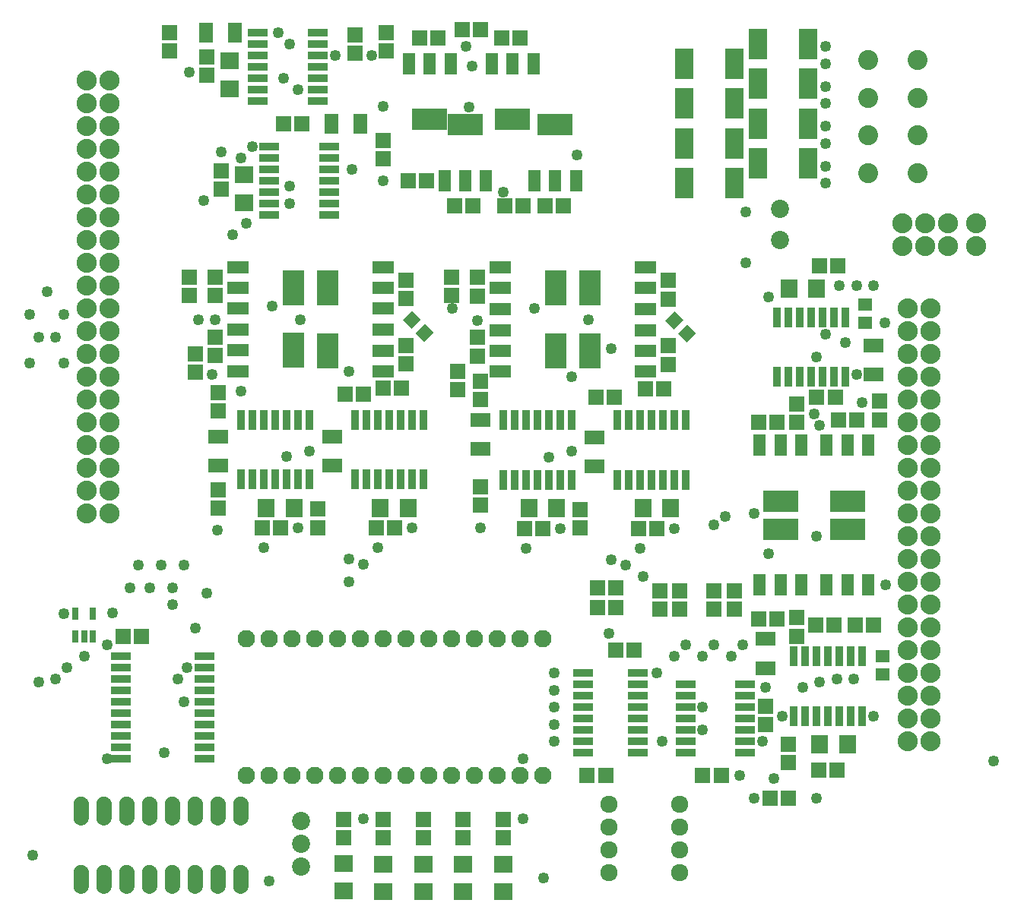
<source format=gts>
G04 MADE WITH FRITZING*
G04 WWW.FRITZING.ORG*
G04 DOUBLE SIDED*
G04 HOLES PLATED*
G04 CONTOUR ON CENTER OF CONTOUR VECTOR*
%ASAXBY*%
%FSLAX23Y23*%
%MOIN*%
%OFA0B0*%
%SFA1.0B1.0*%
%ADD10C,0.049370*%
%ADD11C,0.079685*%
%ADD12C,0.075748*%
%ADD13C,0.088000*%
%ADD14C,0.076889*%
%ADD15C,0.068189*%
%ADD16C,0.087559*%
%ADD17R,0.036000X0.090000*%
%ADD18R,0.031654X0.057244*%
%ADD19R,0.065118X0.069055*%
%ADD20R,0.085197X0.034016*%
%ADD21R,0.090000X0.036000*%
%ADD22R,0.069055X0.065118*%
%ADD23R,0.088736X0.059208*%
%ADD24R,0.088736X0.059222*%
%ADD25R,0.072992X0.084803*%
%ADD26R,0.098000X0.058000*%
%ADD27R,0.096614X0.151732*%
%ADD28R,0.058000X0.098000*%
%ADD29R,0.151732X0.096614*%
%ADD30R,0.084803X0.072992*%
%ADD31R,0.059208X0.088736*%
%ADD32R,0.059222X0.088736*%
%ADD33R,0.080866X0.135984*%
%ADD34C,0.010000*%
%ADD35R,0.001000X0.001000*%
%LNMASK1*%
G90*
G70*
G54D10*
X3671Y2348D03*
X3483Y2173D03*
X2346Y1035D03*
X1383Y3748D03*
X1546Y3748D03*
X846Y2348D03*
X971Y2273D03*
X83Y997D03*
X696Y1011D03*
X721Y910D03*
X383Y1160D03*
X633Y685D03*
X383Y661D03*
X1508Y398D03*
X2208Y398D03*
X58Y235D03*
X1096Y123D03*
G54D11*
X3333Y2935D03*
X3333Y3073D03*
G54D10*
X158Y1010D03*
X208Y1060D03*
X734Y1061D03*
X283Y1110D03*
X196Y1298D03*
X409Y1300D03*
X4272Y649D03*
X483Y1410D03*
X721Y1510D03*
X671Y1410D03*
X621Y1510D03*
X571Y1410D03*
X521Y1510D03*
X196Y2398D03*
X46Y2398D03*
X83Y2510D03*
X158Y2510D03*
X46Y2610D03*
X121Y2710D03*
X196Y2610D03*
X2596Y2460D03*
G54D12*
X2896Y160D03*
X2896Y260D03*
X2896Y360D03*
X2896Y460D03*
X2583Y160D03*
X2583Y260D03*
X2583Y360D03*
X2583Y460D03*
G54D13*
X4196Y3010D03*
X4196Y2910D03*
X3871Y3010D03*
X3971Y3010D03*
X4071Y3010D03*
X3871Y2910D03*
X3971Y2910D03*
X4071Y2910D03*
G54D10*
X2870Y1671D03*
X2021Y1673D03*
X2720Y1584D03*
X2221Y1584D03*
X2320Y1984D03*
X2008Y2584D03*
X2496Y2585D03*
X2370Y1671D03*
X2420Y2009D03*
G54D13*
X296Y3635D03*
X296Y3535D03*
X296Y3435D03*
X296Y3335D03*
X296Y3235D03*
X296Y3135D03*
X296Y3035D03*
X296Y2935D03*
X296Y2835D03*
X296Y2735D03*
X296Y2635D03*
X296Y2535D03*
X296Y2435D03*
X296Y2335D03*
X296Y2235D03*
X296Y2135D03*
X296Y2035D03*
X296Y1935D03*
X296Y1835D03*
X296Y1735D03*
X296Y3635D03*
X296Y3535D03*
X296Y3435D03*
X296Y3335D03*
X296Y3235D03*
X296Y3135D03*
X296Y3035D03*
X296Y2935D03*
X296Y2835D03*
X296Y2735D03*
X296Y2635D03*
X296Y2535D03*
X296Y2435D03*
X296Y2335D03*
X296Y2235D03*
X296Y2135D03*
X296Y2035D03*
X296Y1935D03*
X296Y1835D03*
X296Y1735D03*
X396Y1735D03*
X396Y1835D03*
X396Y1935D03*
X396Y2035D03*
X396Y2135D03*
X396Y2235D03*
X396Y2335D03*
X396Y2435D03*
X396Y2535D03*
X396Y2635D03*
X396Y2735D03*
X396Y2835D03*
X396Y2935D03*
X396Y3035D03*
X396Y3135D03*
X396Y3235D03*
X396Y3335D03*
X396Y3435D03*
X396Y3535D03*
X396Y3635D03*
X3996Y735D03*
X3996Y835D03*
X3996Y935D03*
X3996Y1035D03*
X3996Y1135D03*
X3996Y1235D03*
X3996Y1335D03*
X3996Y1435D03*
X3996Y1535D03*
X3996Y1635D03*
X3996Y1735D03*
X3996Y1835D03*
X3996Y1935D03*
X3996Y2035D03*
X3996Y2135D03*
X3996Y2235D03*
X3996Y2335D03*
X3996Y2435D03*
X3996Y2535D03*
X3996Y2635D03*
X3996Y735D03*
X3996Y835D03*
X3996Y935D03*
X3996Y1035D03*
X3996Y1135D03*
X3996Y1235D03*
X3996Y1335D03*
X3996Y1435D03*
X3996Y1535D03*
X3996Y1635D03*
X3996Y1735D03*
X3996Y1835D03*
X3996Y1935D03*
X3996Y2035D03*
X3996Y2135D03*
X3996Y2235D03*
X3996Y2335D03*
X3996Y2435D03*
X3996Y2535D03*
X3996Y2635D03*
X3896Y2635D03*
X3896Y2535D03*
X3896Y2435D03*
X3896Y2335D03*
X3896Y2235D03*
X3896Y2135D03*
X3896Y2035D03*
X3896Y1935D03*
X3896Y1835D03*
X3896Y1735D03*
X3896Y1635D03*
X3896Y1535D03*
X3896Y1435D03*
X3896Y1335D03*
X3896Y1235D03*
X3896Y1135D03*
X3896Y1035D03*
X3896Y935D03*
X3896Y835D03*
X3896Y735D03*
G54D14*
X995Y585D03*
X1095Y585D03*
X1195Y585D03*
X1295Y585D03*
X1395Y585D03*
X1495Y585D03*
X1595Y585D03*
X1695Y585D03*
X1795Y585D03*
X1895Y585D03*
X1995Y585D03*
X2095Y585D03*
X2195Y585D03*
X2295Y585D03*
X995Y1185D03*
X1095Y1185D03*
X1195Y1185D03*
X1295Y1185D03*
X1395Y1185D03*
X1495Y1185D03*
X1595Y1185D03*
X1695Y1185D03*
X1795Y1185D03*
X1895Y1185D03*
X1995Y1185D03*
X2095Y1185D03*
X2195Y1185D03*
X2295Y1185D03*
G54D15*
X271Y130D03*
X371Y130D03*
X871Y130D03*
X971Y130D03*
X471Y130D03*
X571Y130D03*
X771Y130D03*
X671Y130D03*
X971Y430D03*
X871Y430D03*
X771Y430D03*
X671Y430D03*
X571Y430D03*
X471Y430D03*
X371Y430D03*
X271Y430D03*
X271Y130D03*
X371Y130D03*
X871Y130D03*
X971Y130D03*
X471Y130D03*
X571Y130D03*
X771Y130D03*
X671Y130D03*
X971Y430D03*
X871Y430D03*
X771Y430D03*
X671Y430D03*
X571Y430D03*
X471Y430D03*
X371Y430D03*
X271Y430D03*
G54D10*
X2345Y960D03*
X2345Y885D03*
X2345Y810D03*
X2345Y735D03*
X821Y1385D03*
X670Y1335D03*
X770Y1234D03*
X2208Y660D03*
X2297Y136D03*
X2819Y735D03*
X3258Y735D03*
X3170Y1160D03*
X3120Y1110D03*
X3045Y1160D03*
X2995Y1110D03*
X2920Y1160D03*
X2870Y1110D03*
X3220Y485D03*
X3308Y573D03*
X3271Y973D03*
X3158Y585D03*
X2795Y1035D03*
G54D16*
X3721Y3726D03*
X3937Y3726D03*
X3721Y3560D03*
X3937Y3560D03*
X3721Y3395D03*
X3937Y3395D03*
G54D10*
X3533Y3785D03*
X3533Y3185D03*
X3533Y3260D03*
X3533Y3360D03*
X3533Y3435D03*
X3533Y3610D03*
X3533Y3710D03*
X3533Y3535D03*
X2995Y785D03*
X2995Y885D03*
X3658Y1010D03*
X3346Y848D03*
X3746Y848D03*
X3696Y2223D03*
X3496Y2423D03*
G54D11*
X1233Y185D03*
X1233Y285D03*
X1233Y385D03*
G54D10*
X3221Y1735D03*
X3621Y2485D03*
X3797Y1422D03*
X3508Y2123D03*
X3796Y2573D03*
X3746Y2735D03*
X3283Y2685D03*
X3596Y2735D03*
X3671Y2735D03*
X3583Y1010D03*
X3508Y998D03*
X3433Y973D03*
X3496Y485D03*
X3533Y2523D03*
X1446Y2360D03*
X1720Y1674D03*
X869Y1662D03*
X1570Y1586D03*
X1070Y1586D03*
X1170Y1986D03*
X857Y2586D03*
X1232Y2586D03*
X1220Y1674D03*
X1270Y2011D03*
X2421Y2335D03*
X1445Y1537D03*
X1446Y1435D03*
X1507Y1512D03*
X2596Y1534D03*
X2733Y1460D03*
X2658Y1510D03*
X1108Y2648D03*
X783Y2585D03*
X2258Y2635D03*
X1898Y2637D03*
X1958Y3785D03*
X1221Y3598D03*
X1183Y3798D03*
X1133Y3848D03*
X746Y3673D03*
X883Y3323D03*
X1021Y3348D03*
X971Y3298D03*
X1458Y3248D03*
X1596Y3198D03*
X1158Y3648D03*
X1183Y3173D03*
X2583Y1210D03*
X2121Y3148D03*
X1183Y3098D03*
X3283Y1560D03*
X808Y3110D03*
X3046Y1685D03*
X933Y2960D03*
X996Y3010D03*
X3096Y1723D03*
X1596Y3523D03*
X1983Y3699D03*
X2445Y3311D03*
X3183Y3060D03*
X1970Y3521D03*
G54D16*
X3721Y3230D03*
X3937Y3230D03*
G54D10*
X3183Y2835D03*
X3496Y1635D03*
G54D17*
X3621Y2598D03*
X3571Y2598D03*
X3521Y2598D03*
X3471Y2598D03*
X3421Y2598D03*
X3371Y2598D03*
X3321Y2598D03*
X3321Y2337D03*
X3371Y2337D03*
X3421Y2337D03*
X3471Y2337D03*
X3521Y2337D03*
X3571Y2337D03*
X3621Y2337D03*
G54D18*
X246Y1196D03*
X283Y1196D03*
X321Y1196D03*
X321Y1298D03*
X246Y1298D03*
G54D19*
X533Y1198D03*
X453Y1198D03*
X2570Y585D03*
X2489Y585D03*
G54D20*
X446Y1110D03*
X812Y1110D03*
X446Y1060D03*
X812Y1060D03*
X446Y1010D03*
X812Y1010D03*
X446Y960D03*
X812Y960D03*
X446Y910D03*
X812Y910D03*
X446Y860D03*
X812Y860D03*
X446Y810D03*
X812Y810D03*
X446Y760D03*
X812Y760D03*
X446Y710D03*
X812Y710D03*
X446Y660D03*
X812Y660D03*
G54D17*
X2621Y1884D03*
X2671Y1884D03*
X2721Y1884D03*
X2771Y1884D03*
X2821Y1884D03*
X2871Y1884D03*
X2921Y1884D03*
X2921Y2145D03*
X2871Y2145D03*
X2821Y2145D03*
X2771Y2145D03*
X2721Y2145D03*
X2671Y2145D03*
X2621Y2145D03*
X3396Y848D03*
X3446Y848D03*
X3496Y848D03*
X3546Y848D03*
X3596Y848D03*
X3646Y848D03*
X3696Y848D03*
X3696Y1109D03*
X3646Y1109D03*
X3596Y1109D03*
X3546Y1109D03*
X3496Y1109D03*
X3446Y1109D03*
X3396Y1109D03*
X2121Y1884D03*
X2171Y1884D03*
X2221Y1884D03*
X2271Y1884D03*
X2321Y1884D03*
X2371Y1884D03*
X2421Y1884D03*
X2421Y2145D03*
X2371Y2145D03*
X2321Y2145D03*
X2271Y2145D03*
X2221Y2145D03*
X2171Y2145D03*
X2121Y2145D03*
G54D21*
X2920Y985D03*
X2920Y935D03*
X2920Y885D03*
X2920Y835D03*
X2920Y785D03*
X2920Y735D03*
X2920Y685D03*
X3181Y685D03*
X3181Y735D03*
X3181Y785D03*
X3181Y835D03*
X3181Y885D03*
X3181Y935D03*
X3181Y985D03*
X2470Y1035D03*
X2470Y985D03*
X2470Y935D03*
X2470Y885D03*
X2470Y835D03*
X2470Y785D03*
X2470Y735D03*
X2470Y685D03*
X2712Y685D03*
X2712Y735D03*
X2712Y785D03*
X2712Y835D03*
X2712Y885D03*
X2712Y935D03*
X2712Y985D03*
X2712Y1035D03*
G54D19*
X2745Y2284D03*
X2826Y2284D03*
G54D22*
X3408Y1198D03*
X3408Y1279D03*
X1921Y2360D03*
X1921Y2280D03*
X3408Y2135D03*
X3408Y2216D03*
X2845Y2472D03*
X2845Y2391D03*
G54D19*
X3571Y1248D03*
X3490Y1248D03*
G54D22*
X2008Y2509D03*
X2008Y2428D03*
G54D19*
X3321Y2135D03*
X3240Y2135D03*
G54D22*
X1896Y2773D03*
X1896Y2692D03*
X3771Y2148D03*
X3771Y2229D03*
X2845Y2759D03*
X2845Y2678D03*
G54D19*
X3746Y1248D03*
X3665Y1248D03*
G54D23*
X2520Y2071D03*
G54D24*
X2520Y1944D03*
G54D23*
X3271Y1185D03*
G54D24*
X3271Y1057D03*
G54D22*
X2008Y2772D03*
X2008Y2691D03*
G54D19*
X3671Y2148D03*
X3590Y2148D03*
G54D23*
X2020Y2146D03*
G54D24*
X2020Y2019D03*
G54D23*
X3746Y2345D03*
G54D24*
X3746Y2473D03*
G54D19*
X2795Y1671D03*
X2715Y1671D03*
X3583Y610D03*
X3503Y610D03*
X2295Y1671D03*
X2215Y1671D03*
X3508Y2823D03*
X3589Y2823D03*
G54D22*
X2457Y1672D03*
X2457Y1753D03*
X3271Y810D03*
X3271Y891D03*
X2021Y1773D03*
X2021Y1854D03*
G54D25*
X2733Y1759D03*
X2855Y1759D03*
X3508Y723D03*
X3630Y723D03*
X2233Y1759D03*
X2355Y1759D03*
X3496Y2723D03*
X3374Y2723D03*
G54D19*
X2608Y2248D03*
X2528Y2248D03*
X3321Y1273D03*
X3240Y1273D03*
G54D22*
X2021Y2235D03*
X2021Y2316D03*
G54D19*
X3577Y2248D03*
X3496Y2248D03*
G54D26*
X2745Y2634D03*
X2745Y2725D03*
X2745Y2816D03*
G54D27*
X2501Y2725D03*
G54D28*
X3539Y1423D03*
X3630Y1423D03*
X3721Y1423D03*
G54D29*
X3630Y1667D03*
G54D26*
X2745Y2359D03*
X2745Y2450D03*
X2745Y2541D03*
G54D27*
X2501Y2450D03*
G54D28*
X3246Y1423D03*
X3337Y1423D03*
X3428Y1423D03*
G54D29*
X3337Y1667D03*
G54D26*
X2108Y2816D03*
X2108Y2725D03*
X2108Y2634D03*
G54D27*
X2352Y2725D03*
G54D28*
X3721Y2035D03*
X3630Y2035D03*
X3539Y2035D03*
G54D29*
X3630Y1791D03*
G54D26*
X2108Y2541D03*
X2108Y2450D03*
X2108Y2359D03*
G54D27*
X2352Y2450D03*
G54D28*
X3428Y2035D03*
X3337Y2035D03*
X3246Y2035D03*
G54D29*
X3337Y1791D03*
G54D22*
X3133Y1398D03*
X3133Y1317D03*
G54D19*
X3371Y485D03*
X3290Y485D03*
G54D22*
X3046Y1398D03*
X3046Y1317D03*
X3371Y723D03*
X3371Y642D03*
G54D30*
X2121Y76D03*
X2121Y198D03*
X1946Y76D03*
X1946Y198D03*
X1771Y76D03*
X1771Y198D03*
X1596Y76D03*
X1596Y198D03*
X1421Y79D03*
X1421Y201D03*
G54D22*
X2121Y313D03*
X2121Y394D03*
X1946Y313D03*
X1946Y394D03*
X1771Y313D03*
X1771Y394D03*
X1596Y313D03*
X1596Y394D03*
X1421Y313D03*
X1421Y394D03*
G54D19*
X2996Y585D03*
X3077Y585D03*
X2695Y1135D03*
X2614Y1135D03*
X2533Y1410D03*
X2614Y1410D03*
G54D22*
X2896Y1398D03*
X2896Y1317D03*
G54D19*
X2533Y1323D03*
X2614Y1323D03*
G54D22*
X2808Y1398D03*
X2808Y1317D03*
G54D17*
X1470Y1886D03*
X1520Y1886D03*
X1570Y1886D03*
X1620Y1886D03*
X1670Y1886D03*
X1720Y1886D03*
X1770Y1886D03*
X1770Y2147D03*
X1720Y2147D03*
X1670Y2147D03*
X1620Y2147D03*
X1570Y2147D03*
X1520Y2147D03*
X1470Y2147D03*
G54D21*
X1096Y3348D03*
X1096Y3298D03*
X1096Y3248D03*
X1096Y3198D03*
X1096Y3148D03*
X1096Y3098D03*
X1096Y3048D03*
X1357Y3048D03*
X1357Y3098D03*
X1357Y3148D03*
X1357Y3198D03*
X1357Y3248D03*
X1357Y3298D03*
X1357Y3348D03*
X1046Y3848D03*
X1046Y3798D03*
X1046Y3748D03*
X1046Y3698D03*
X1046Y3648D03*
X1046Y3598D03*
X1046Y3548D03*
X1307Y3548D03*
X1307Y3598D03*
X1307Y3648D03*
X1307Y3698D03*
X1307Y3748D03*
X1307Y3798D03*
X1307Y3848D03*
G54D17*
X970Y1886D03*
X1020Y1886D03*
X1070Y1886D03*
X1120Y1886D03*
X1170Y1886D03*
X1220Y1886D03*
X1270Y1886D03*
X1270Y2147D03*
X1220Y2147D03*
X1170Y2147D03*
X1120Y2147D03*
X1070Y2147D03*
X1020Y2147D03*
X970Y2147D03*
G54D19*
X1595Y2286D03*
X1676Y2286D03*
G54D22*
X771Y2435D03*
X771Y2355D03*
X1695Y2474D03*
X1695Y2393D03*
X857Y2511D03*
X857Y2430D03*
G54D19*
X1783Y3198D03*
X1703Y3198D03*
X2208Y3085D03*
X2128Y3085D03*
G54D22*
X1608Y3848D03*
X1608Y3767D03*
G54D19*
X2021Y3860D03*
X1940Y3860D03*
G54D22*
X746Y2773D03*
X746Y2692D03*
X1695Y2761D03*
X1695Y2680D03*
G54D23*
X1370Y2074D03*
G54D24*
X1370Y1946D03*
G54D19*
X1833Y3823D03*
X1753Y3823D03*
X2383Y3085D03*
X2303Y3085D03*
X1989Y3085D03*
X1908Y3085D03*
X2196Y3823D03*
X2115Y3823D03*
G54D22*
X857Y2774D03*
X857Y2693D03*
G54D31*
X1496Y3448D03*
G54D32*
X1368Y3448D03*
G54D31*
X946Y3848D03*
G54D32*
X818Y3848D03*
G54D23*
X871Y2073D03*
G54D24*
X871Y1945D03*
G54D19*
X1645Y1674D03*
X1564Y1674D03*
G54D22*
X883Y3160D03*
X883Y3241D03*
X821Y3660D03*
X821Y3741D03*
G54D19*
X1145Y1674D03*
X1064Y1674D03*
G54D22*
X1307Y1674D03*
X1307Y1755D03*
G54D19*
X1158Y3448D03*
X1239Y3448D03*
G54D22*
X658Y3848D03*
X658Y3767D03*
X871Y1760D03*
X871Y1841D03*
G54D25*
X1582Y1761D03*
X1705Y1761D03*
G54D30*
X983Y3223D03*
X983Y3101D03*
X921Y3723D03*
X921Y3601D03*
G54D25*
X1082Y1761D03*
X1205Y1761D03*
G54D19*
X1507Y2261D03*
X1427Y2261D03*
G54D22*
X1471Y3835D03*
X1471Y3755D03*
X1596Y3373D03*
X1596Y3292D03*
X871Y2185D03*
X871Y2266D03*
G54D26*
X1595Y2636D03*
X1595Y2727D03*
X1595Y2818D03*
G54D27*
X1351Y2727D03*
G54D26*
X1596Y2360D03*
X1596Y2451D03*
X1596Y2542D03*
G54D27*
X1352Y2451D03*
G54D28*
X2253Y3710D03*
X2162Y3710D03*
X2071Y3710D03*
G54D29*
X2162Y3466D03*
G54D26*
X957Y2818D03*
X957Y2727D03*
X957Y2636D03*
G54D27*
X1201Y2727D03*
G54D28*
X1864Y3198D03*
X1955Y3198D03*
X2046Y3198D03*
G54D29*
X1955Y3442D03*
G54D28*
X2258Y3198D03*
X2349Y3198D03*
X2440Y3198D03*
G54D29*
X2349Y3442D03*
G54D28*
X1890Y3710D03*
X1799Y3710D03*
X1708Y3710D03*
G54D29*
X1799Y3466D03*
G54D26*
X957Y2543D03*
X957Y2452D03*
X957Y2361D03*
G54D27*
X1201Y2452D03*
G54D33*
X3133Y3185D03*
X2913Y3185D03*
X3458Y3273D03*
X3238Y3273D03*
X3133Y3360D03*
X2913Y3360D03*
X3458Y3448D03*
X3238Y3448D03*
X3133Y3535D03*
X2913Y3535D03*
X3458Y3623D03*
X3238Y3623D03*
X3133Y3710D03*
X2913Y3710D03*
X3458Y3798D03*
X3238Y3798D03*
G54D34*
G36*
X2911Y2585D02*
X2869Y2544D01*
X2830Y2583D01*
X2872Y2624D01*
X2911Y2585D01*
G37*
D02*
G36*
X2968Y2528D02*
X2926Y2487D01*
X2887Y2526D01*
X2929Y2567D01*
X2968Y2528D01*
G37*
D02*
G36*
X3813Y1083D02*
X3754Y1083D01*
X3754Y1138D01*
X3813Y1138D01*
X3813Y1083D01*
G37*
D02*
G36*
X3813Y1002D02*
X3754Y1002D01*
X3754Y1057D01*
X3813Y1057D01*
X3813Y1002D01*
G37*
D02*
G36*
X3738Y2626D02*
X3679Y2626D01*
X3679Y2681D01*
X3738Y2681D01*
X3738Y2626D01*
G37*
D02*
G36*
X3738Y2545D02*
X3679Y2545D01*
X3679Y2600D01*
X3738Y2600D01*
X3738Y2545D01*
G37*
D02*
G36*
X1760Y2588D02*
X1719Y2546D01*
X1680Y2585D01*
X1721Y2627D01*
X1760Y2588D01*
G37*
D02*
G36*
X1817Y2530D02*
X1776Y2489D01*
X1737Y2528D01*
X1778Y2569D01*
X1817Y2530D01*
G37*
D02*
G54D35*
X266Y493D02*
X275Y493D01*
X366Y493D02*
X375Y493D01*
X466Y493D02*
X475Y493D01*
X566Y493D02*
X575Y493D01*
X666Y493D02*
X675Y493D01*
X766Y493D02*
X774Y493D01*
X866Y493D02*
X874Y493D01*
X966Y493D02*
X974Y493D01*
X261Y492D02*
X279Y492D01*
X361Y492D02*
X379Y492D01*
X461Y492D02*
X479Y492D01*
X561Y492D02*
X579Y492D01*
X661Y492D02*
X679Y492D01*
X761Y492D02*
X779Y492D01*
X861Y492D02*
X879Y492D01*
X961Y492D02*
X979Y492D01*
X259Y491D02*
X282Y491D01*
X359Y491D02*
X382Y491D01*
X459Y491D02*
X482Y491D01*
X559Y491D02*
X582Y491D01*
X658Y491D02*
X682Y491D01*
X758Y491D02*
X782Y491D01*
X858Y491D02*
X882Y491D01*
X958Y491D02*
X982Y491D01*
X256Y490D02*
X284Y490D01*
X356Y490D02*
X384Y490D01*
X456Y490D02*
X484Y490D01*
X556Y490D02*
X584Y490D01*
X656Y490D02*
X684Y490D01*
X756Y490D02*
X784Y490D01*
X856Y490D02*
X884Y490D01*
X956Y490D02*
X984Y490D01*
X254Y489D02*
X286Y489D01*
X354Y489D02*
X386Y489D01*
X454Y489D02*
X486Y489D01*
X554Y489D02*
X586Y489D01*
X654Y489D02*
X686Y489D01*
X754Y489D02*
X786Y489D01*
X854Y489D02*
X886Y489D01*
X954Y489D02*
X986Y489D01*
X253Y488D02*
X288Y488D01*
X353Y488D02*
X388Y488D01*
X453Y488D02*
X488Y488D01*
X552Y488D02*
X588Y488D01*
X652Y488D02*
X688Y488D01*
X752Y488D02*
X788Y488D01*
X852Y488D02*
X888Y488D01*
X952Y488D02*
X988Y488D01*
X251Y487D02*
X290Y487D01*
X351Y487D02*
X390Y487D01*
X451Y487D02*
X490Y487D01*
X551Y487D02*
X590Y487D01*
X651Y487D02*
X689Y487D01*
X751Y487D02*
X789Y487D01*
X851Y487D02*
X889Y487D01*
X951Y487D02*
X989Y487D01*
X250Y486D02*
X291Y486D01*
X350Y486D02*
X391Y486D01*
X450Y486D02*
X491Y486D01*
X550Y486D02*
X591Y486D01*
X650Y486D02*
X691Y486D01*
X750Y486D02*
X791Y486D01*
X850Y486D02*
X891Y486D01*
X950Y486D02*
X991Y486D01*
X248Y485D02*
X292Y485D01*
X348Y485D02*
X392Y485D01*
X448Y485D02*
X492Y485D01*
X548Y485D02*
X592Y485D01*
X648Y485D02*
X692Y485D01*
X748Y485D02*
X792Y485D01*
X848Y485D02*
X892Y485D01*
X948Y485D02*
X992Y485D01*
X247Y484D02*
X293Y484D01*
X347Y484D02*
X393Y484D01*
X447Y484D02*
X493Y484D01*
X547Y484D02*
X593Y484D01*
X647Y484D02*
X693Y484D01*
X747Y484D02*
X793Y484D01*
X847Y484D02*
X893Y484D01*
X947Y484D02*
X993Y484D01*
X246Y483D02*
X294Y483D01*
X346Y483D02*
X394Y483D01*
X446Y483D02*
X494Y483D01*
X546Y483D02*
X594Y483D01*
X646Y483D02*
X694Y483D01*
X746Y483D02*
X794Y483D01*
X846Y483D02*
X894Y483D01*
X946Y483D02*
X994Y483D01*
X245Y482D02*
X295Y482D01*
X345Y482D02*
X395Y482D01*
X445Y482D02*
X495Y482D01*
X545Y482D02*
X595Y482D01*
X645Y482D02*
X695Y482D01*
X745Y482D02*
X795Y482D01*
X845Y482D02*
X895Y482D01*
X945Y482D02*
X995Y482D01*
X245Y481D02*
X296Y481D01*
X345Y481D02*
X396Y481D01*
X445Y481D02*
X496Y481D01*
X544Y481D02*
X596Y481D01*
X644Y481D02*
X696Y481D01*
X744Y481D02*
X796Y481D01*
X844Y481D02*
X896Y481D01*
X944Y481D02*
X996Y481D01*
X244Y480D02*
X297Y480D01*
X344Y480D02*
X397Y480D01*
X444Y480D02*
X497Y480D01*
X544Y480D02*
X597Y480D01*
X644Y480D02*
X697Y480D01*
X744Y480D02*
X797Y480D01*
X844Y480D02*
X897Y480D01*
X944Y480D02*
X997Y480D01*
X243Y479D02*
X298Y479D01*
X343Y479D02*
X398Y479D01*
X443Y479D02*
X498Y479D01*
X543Y479D02*
X597Y479D01*
X643Y479D02*
X697Y479D01*
X743Y479D02*
X797Y479D01*
X843Y479D02*
X897Y479D01*
X943Y479D02*
X997Y479D01*
X242Y478D02*
X298Y478D01*
X342Y478D02*
X398Y478D01*
X442Y478D02*
X498Y478D01*
X542Y478D02*
X598Y478D01*
X642Y478D02*
X698Y478D01*
X742Y478D02*
X798Y478D01*
X842Y478D02*
X898Y478D01*
X942Y478D02*
X998Y478D01*
X242Y477D02*
X299Y477D01*
X342Y477D02*
X399Y477D01*
X442Y477D02*
X499Y477D01*
X542Y477D02*
X599Y477D01*
X642Y477D02*
X699Y477D01*
X742Y477D02*
X799Y477D01*
X842Y477D02*
X899Y477D01*
X942Y477D02*
X999Y477D01*
X241Y476D02*
X299Y476D01*
X341Y476D02*
X399Y476D01*
X441Y476D02*
X499Y476D01*
X541Y476D02*
X599Y476D01*
X641Y476D02*
X699Y476D01*
X741Y476D02*
X799Y476D01*
X841Y476D02*
X899Y476D01*
X941Y476D02*
X999Y476D01*
X241Y475D02*
X300Y475D01*
X341Y475D02*
X400Y475D01*
X441Y475D02*
X500Y475D01*
X541Y475D02*
X600Y475D01*
X641Y475D02*
X700Y475D01*
X741Y475D02*
X800Y475D01*
X841Y475D02*
X900Y475D01*
X941Y475D02*
X1000Y475D01*
X240Y474D02*
X300Y474D01*
X340Y474D02*
X400Y474D01*
X440Y474D02*
X500Y474D01*
X540Y474D02*
X600Y474D01*
X640Y474D02*
X700Y474D01*
X740Y474D02*
X800Y474D01*
X840Y474D02*
X900Y474D01*
X940Y474D02*
X1000Y474D01*
X240Y473D02*
X301Y473D01*
X340Y473D02*
X401Y473D01*
X440Y473D02*
X501Y473D01*
X540Y473D02*
X601Y473D01*
X640Y473D02*
X701Y473D01*
X740Y473D02*
X801Y473D01*
X840Y473D02*
X901Y473D01*
X940Y473D02*
X1001Y473D01*
X239Y472D02*
X301Y472D01*
X339Y472D02*
X401Y472D01*
X439Y472D02*
X501Y472D01*
X539Y472D02*
X601Y472D01*
X639Y472D02*
X701Y472D01*
X739Y472D02*
X801Y472D01*
X839Y472D02*
X901Y472D01*
X939Y472D02*
X1001Y472D01*
X239Y471D02*
X302Y471D01*
X339Y471D02*
X402Y471D01*
X439Y471D02*
X502Y471D01*
X539Y471D02*
X602Y471D01*
X639Y471D02*
X702Y471D01*
X739Y471D02*
X802Y471D01*
X839Y471D02*
X902Y471D01*
X939Y471D02*
X1002Y471D01*
X239Y470D02*
X302Y470D01*
X339Y470D02*
X402Y470D01*
X438Y470D02*
X502Y470D01*
X538Y470D02*
X602Y470D01*
X638Y470D02*
X702Y470D01*
X738Y470D02*
X802Y470D01*
X838Y470D02*
X902Y470D01*
X938Y470D02*
X1002Y470D01*
X238Y469D02*
X302Y469D01*
X338Y469D02*
X402Y469D01*
X438Y469D02*
X502Y469D01*
X538Y469D02*
X602Y469D01*
X638Y469D02*
X702Y469D01*
X738Y469D02*
X802Y469D01*
X838Y469D02*
X902Y469D01*
X938Y469D02*
X1002Y469D01*
X238Y468D02*
X303Y468D01*
X338Y468D02*
X403Y468D01*
X438Y468D02*
X503Y468D01*
X538Y468D02*
X603Y468D01*
X638Y468D02*
X703Y468D01*
X738Y468D02*
X803Y468D01*
X838Y468D02*
X903Y468D01*
X938Y468D02*
X1003Y468D01*
X238Y467D02*
X303Y467D01*
X338Y467D02*
X403Y467D01*
X438Y467D02*
X503Y467D01*
X538Y467D02*
X603Y467D01*
X638Y467D02*
X703Y467D01*
X738Y467D02*
X803Y467D01*
X838Y467D02*
X903Y467D01*
X938Y467D02*
X1003Y467D01*
X237Y466D02*
X303Y466D01*
X337Y466D02*
X403Y466D01*
X437Y466D02*
X503Y466D01*
X537Y466D02*
X603Y466D01*
X637Y466D02*
X703Y466D01*
X737Y466D02*
X803Y466D01*
X837Y466D02*
X903Y466D01*
X937Y466D02*
X1003Y466D01*
X237Y465D02*
X303Y465D01*
X337Y465D02*
X403Y465D01*
X437Y465D02*
X503Y465D01*
X537Y465D02*
X603Y465D01*
X637Y465D02*
X703Y465D01*
X737Y465D02*
X803Y465D01*
X837Y465D02*
X903Y465D01*
X937Y465D02*
X1003Y465D01*
X237Y464D02*
X303Y464D01*
X337Y464D02*
X403Y464D01*
X437Y464D02*
X503Y464D01*
X537Y464D02*
X603Y464D01*
X637Y464D02*
X703Y464D01*
X737Y464D02*
X803Y464D01*
X837Y464D02*
X903Y464D01*
X937Y464D02*
X1003Y464D01*
X237Y463D02*
X304Y463D01*
X337Y463D02*
X404Y463D01*
X437Y463D02*
X504Y463D01*
X537Y463D02*
X604Y463D01*
X637Y463D02*
X704Y463D01*
X737Y463D02*
X804Y463D01*
X837Y463D02*
X904Y463D01*
X937Y463D02*
X1004Y463D01*
X237Y462D02*
X304Y462D01*
X337Y462D02*
X404Y462D01*
X437Y462D02*
X504Y462D01*
X537Y462D02*
X604Y462D01*
X637Y462D02*
X704Y462D01*
X737Y462D02*
X804Y462D01*
X837Y462D02*
X904Y462D01*
X937Y462D02*
X1004Y462D01*
X237Y461D02*
X304Y461D01*
X337Y461D02*
X404Y461D01*
X437Y461D02*
X504Y461D01*
X537Y461D02*
X604Y461D01*
X637Y461D02*
X704Y461D01*
X737Y461D02*
X804Y461D01*
X837Y461D02*
X904Y461D01*
X937Y461D02*
X1004Y461D01*
X237Y460D02*
X304Y460D01*
X337Y460D02*
X404Y460D01*
X437Y460D02*
X504Y460D01*
X537Y460D02*
X604Y460D01*
X637Y460D02*
X704Y460D01*
X737Y460D02*
X804Y460D01*
X837Y460D02*
X904Y460D01*
X937Y460D02*
X1004Y460D01*
X237Y459D02*
X304Y459D01*
X337Y459D02*
X404Y459D01*
X437Y459D02*
X504Y459D01*
X537Y459D02*
X604Y459D01*
X637Y459D02*
X704Y459D01*
X737Y459D02*
X804Y459D01*
X837Y459D02*
X904Y459D01*
X937Y459D02*
X1004Y459D01*
X237Y458D02*
X304Y458D01*
X337Y458D02*
X404Y458D01*
X437Y458D02*
X504Y458D01*
X537Y458D02*
X604Y458D01*
X637Y458D02*
X704Y458D01*
X737Y458D02*
X804Y458D01*
X837Y458D02*
X904Y458D01*
X937Y458D02*
X1004Y458D01*
X237Y457D02*
X304Y457D01*
X337Y457D02*
X404Y457D01*
X437Y457D02*
X504Y457D01*
X537Y457D02*
X604Y457D01*
X637Y457D02*
X704Y457D01*
X737Y457D02*
X804Y457D01*
X837Y457D02*
X904Y457D01*
X937Y457D02*
X1004Y457D01*
X237Y456D02*
X304Y456D01*
X337Y456D02*
X404Y456D01*
X437Y456D02*
X504Y456D01*
X537Y456D02*
X604Y456D01*
X637Y456D02*
X704Y456D01*
X737Y456D02*
X804Y456D01*
X837Y456D02*
X904Y456D01*
X937Y456D02*
X1004Y456D01*
X237Y455D02*
X304Y455D01*
X337Y455D02*
X404Y455D01*
X437Y455D02*
X504Y455D01*
X537Y455D02*
X604Y455D01*
X637Y455D02*
X704Y455D01*
X737Y455D02*
X804Y455D01*
X837Y455D02*
X904Y455D01*
X937Y455D02*
X1004Y455D01*
X237Y454D02*
X304Y454D01*
X337Y454D02*
X404Y454D01*
X437Y454D02*
X504Y454D01*
X537Y454D02*
X604Y454D01*
X637Y454D02*
X704Y454D01*
X737Y454D02*
X804Y454D01*
X837Y454D02*
X904Y454D01*
X937Y454D02*
X1004Y454D01*
X237Y453D02*
X304Y453D01*
X337Y453D02*
X404Y453D01*
X437Y453D02*
X504Y453D01*
X537Y453D02*
X604Y453D01*
X637Y453D02*
X704Y453D01*
X737Y453D02*
X804Y453D01*
X837Y453D02*
X904Y453D01*
X937Y453D02*
X1004Y453D01*
X237Y452D02*
X304Y452D01*
X337Y452D02*
X404Y452D01*
X437Y452D02*
X504Y452D01*
X537Y452D02*
X604Y452D01*
X637Y452D02*
X704Y452D01*
X737Y452D02*
X804Y452D01*
X837Y452D02*
X904Y452D01*
X937Y452D02*
X1004Y452D01*
X237Y451D02*
X304Y451D01*
X337Y451D02*
X404Y451D01*
X437Y451D02*
X504Y451D01*
X537Y451D02*
X604Y451D01*
X637Y451D02*
X704Y451D01*
X737Y451D02*
X804Y451D01*
X837Y451D02*
X904Y451D01*
X937Y451D02*
X1004Y451D01*
X237Y450D02*
X304Y450D01*
X337Y450D02*
X404Y450D01*
X437Y450D02*
X504Y450D01*
X537Y450D02*
X604Y450D01*
X637Y450D02*
X704Y450D01*
X737Y450D02*
X804Y450D01*
X837Y450D02*
X904Y450D01*
X937Y450D02*
X1004Y450D01*
X237Y449D02*
X304Y449D01*
X337Y449D02*
X404Y449D01*
X437Y449D02*
X504Y449D01*
X537Y449D02*
X604Y449D01*
X637Y449D02*
X704Y449D01*
X737Y449D02*
X804Y449D01*
X837Y449D02*
X904Y449D01*
X937Y449D02*
X1004Y449D01*
X237Y448D02*
X304Y448D01*
X337Y448D02*
X404Y448D01*
X437Y448D02*
X504Y448D01*
X537Y448D02*
X604Y448D01*
X637Y448D02*
X704Y448D01*
X737Y448D02*
X804Y448D01*
X837Y448D02*
X904Y448D01*
X937Y448D02*
X1004Y448D01*
X237Y447D02*
X304Y447D01*
X337Y447D02*
X404Y447D01*
X437Y447D02*
X504Y447D01*
X537Y447D02*
X604Y447D01*
X637Y447D02*
X704Y447D01*
X737Y447D02*
X804Y447D01*
X837Y447D02*
X904Y447D01*
X937Y447D02*
X1004Y447D01*
X237Y446D02*
X304Y446D01*
X337Y446D02*
X404Y446D01*
X437Y446D02*
X504Y446D01*
X537Y446D02*
X604Y446D01*
X637Y446D02*
X704Y446D01*
X737Y446D02*
X804Y446D01*
X837Y446D02*
X904Y446D01*
X937Y446D02*
X1004Y446D01*
X237Y445D02*
X304Y445D01*
X337Y445D02*
X404Y445D01*
X437Y445D02*
X504Y445D01*
X537Y445D02*
X604Y445D01*
X637Y445D02*
X704Y445D01*
X737Y445D02*
X804Y445D01*
X837Y445D02*
X904Y445D01*
X937Y445D02*
X1004Y445D01*
X237Y444D02*
X267Y444D01*
X274Y444D02*
X304Y444D01*
X337Y444D02*
X367Y444D01*
X374Y444D02*
X404Y444D01*
X437Y444D02*
X467Y444D01*
X474Y444D02*
X504Y444D01*
X537Y444D02*
X567Y444D01*
X574Y444D02*
X604Y444D01*
X637Y444D02*
X667Y444D01*
X674Y444D02*
X704Y444D01*
X737Y444D02*
X767Y444D01*
X774Y444D02*
X804Y444D01*
X837Y444D02*
X867Y444D01*
X874Y444D02*
X904Y444D01*
X937Y444D02*
X967Y444D01*
X974Y444D02*
X1004Y444D01*
X237Y443D02*
X264Y443D01*
X277Y443D02*
X304Y443D01*
X337Y443D02*
X364Y443D01*
X377Y443D02*
X404Y443D01*
X437Y443D02*
X464Y443D01*
X477Y443D02*
X504Y443D01*
X537Y443D02*
X564Y443D01*
X577Y443D02*
X604Y443D01*
X637Y443D02*
X664Y443D01*
X677Y443D02*
X704Y443D01*
X737Y443D02*
X764Y443D01*
X777Y443D02*
X804Y443D01*
X837Y443D02*
X864Y443D01*
X877Y443D02*
X904Y443D01*
X937Y443D02*
X964Y443D01*
X977Y443D02*
X1004Y443D01*
X237Y442D02*
X262Y442D01*
X279Y442D02*
X304Y442D01*
X337Y442D02*
X362Y442D01*
X379Y442D02*
X404Y442D01*
X437Y442D02*
X462Y442D01*
X479Y442D02*
X504Y442D01*
X537Y442D02*
X562Y442D01*
X579Y442D02*
X604Y442D01*
X637Y442D02*
X662Y442D01*
X678Y442D02*
X704Y442D01*
X737Y442D02*
X762Y442D01*
X778Y442D02*
X804Y442D01*
X837Y442D02*
X862Y442D01*
X878Y442D02*
X904Y442D01*
X937Y442D02*
X962Y442D01*
X978Y442D02*
X1004Y442D01*
X237Y441D02*
X261Y441D01*
X280Y441D02*
X304Y441D01*
X337Y441D02*
X361Y441D01*
X380Y441D02*
X404Y441D01*
X437Y441D02*
X461Y441D01*
X480Y441D02*
X504Y441D01*
X537Y441D02*
X561Y441D01*
X580Y441D02*
X604Y441D01*
X637Y441D02*
X661Y441D01*
X680Y441D02*
X704Y441D01*
X737Y441D02*
X761Y441D01*
X780Y441D02*
X804Y441D01*
X837Y441D02*
X861Y441D01*
X880Y441D02*
X904Y441D01*
X937Y441D02*
X961Y441D01*
X980Y441D02*
X1004Y441D01*
X237Y440D02*
X260Y440D01*
X281Y440D02*
X304Y440D01*
X337Y440D02*
X360Y440D01*
X381Y440D02*
X404Y440D01*
X437Y440D02*
X460Y440D01*
X481Y440D02*
X504Y440D01*
X537Y440D02*
X560Y440D01*
X581Y440D02*
X604Y440D01*
X637Y440D02*
X660Y440D01*
X681Y440D02*
X704Y440D01*
X737Y440D02*
X760Y440D01*
X781Y440D02*
X804Y440D01*
X837Y440D02*
X860Y440D01*
X881Y440D02*
X904Y440D01*
X937Y440D02*
X960Y440D01*
X981Y440D02*
X1004Y440D01*
X237Y439D02*
X259Y439D01*
X282Y439D02*
X304Y439D01*
X337Y439D02*
X359Y439D01*
X382Y439D02*
X404Y439D01*
X437Y439D02*
X459Y439D01*
X482Y439D02*
X504Y439D01*
X537Y439D02*
X559Y439D01*
X582Y439D02*
X604Y439D01*
X637Y439D02*
X659Y439D01*
X682Y439D02*
X704Y439D01*
X737Y439D02*
X759Y439D01*
X782Y439D02*
X804Y439D01*
X837Y439D02*
X859Y439D01*
X882Y439D02*
X904Y439D01*
X937Y439D02*
X959Y439D01*
X982Y439D02*
X1004Y439D01*
X237Y438D02*
X258Y438D01*
X283Y438D02*
X304Y438D01*
X337Y438D02*
X358Y438D01*
X383Y438D02*
X404Y438D01*
X437Y438D02*
X458Y438D01*
X483Y438D02*
X504Y438D01*
X537Y438D02*
X558Y438D01*
X583Y438D02*
X604Y438D01*
X637Y438D02*
X658Y438D01*
X682Y438D02*
X704Y438D01*
X737Y438D02*
X758Y438D01*
X782Y438D02*
X804Y438D01*
X837Y438D02*
X858Y438D01*
X882Y438D02*
X904Y438D01*
X937Y438D02*
X958Y438D01*
X982Y438D02*
X1004Y438D01*
X237Y437D02*
X257Y437D01*
X283Y437D02*
X304Y437D01*
X337Y437D02*
X357Y437D01*
X383Y437D02*
X404Y437D01*
X437Y437D02*
X457Y437D01*
X483Y437D02*
X504Y437D01*
X537Y437D02*
X557Y437D01*
X583Y437D02*
X604Y437D01*
X637Y437D02*
X657Y437D01*
X683Y437D02*
X704Y437D01*
X737Y437D02*
X757Y437D01*
X783Y437D02*
X804Y437D01*
X837Y437D02*
X857Y437D01*
X883Y437D02*
X904Y437D01*
X937Y437D02*
X957Y437D01*
X983Y437D02*
X1004Y437D01*
X237Y436D02*
X257Y436D01*
X284Y436D02*
X304Y436D01*
X337Y436D02*
X357Y436D01*
X384Y436D02*
X404Y436D01*
X437Y436D02*
X457Y436D01*
X484Y436D02*
X504Y436D01*
X537Y436D02*
X557Y436D01*
X584Y436D02*
X604Y436D01*
X637Y436D02*
X657Y436D01*
X684Y436D02*
X704Y436D01*
X737Y436D02*
X757Y436D01*
X784Y436D02*
X804Y436D01*
X837Y436D02*
X857Y436D01*
X884Y436D02*
X904Y436D01*
X937Y436D02*
X957Y436D01*
X984Y436D02*
X1004Y436D01*
X237Y435D02*
X256Y435D01*
X284Y435D02*
X304Y435D01*
X337Y435D02*
X356Y435D01*
X384Y435D02*
X404Y435D01*
X437Y435D02*
X456Y435D01*
X484Y435D02*
X504Y435D01*
X537Y435D02*
X556Y435D01*
X584Y435D02*
X604Y435D01*
X637Y435D02*
X656Y435D01*
X684Y435D02*
X704Y435D01*
X737Y435D02*
X756Y435D01*
X784Y435D02*
X804Y435D01*
X837Y435D02*
X856Y435D01*
X884Y435D02*
X904Y435D01*
X937Y435D02*
X956Y435D01*
X984Y435D02*
X1004Y435D01*
X237Y434D02*
X256Y434D01*
X284Y434D02*
X304Y434D01*
X337Y434D02*
X356Y434D01*
X384Y434D02*
X404Y434D01*
X437Y434D02*
X456Y434D01*
X484Y434D02*
X504Y434D01*
X537Y434D02*
X556Y434D01*
X584Y434D02*
X604Y434D01*
X637Y434D02*
X656Y434D01*
X684Y434D02*
X704Y434D01*
X737Y434D02*
X756Y434D01*
X784Y434D02*
X804Y434D01*
X837Y434D02*
X856Y434D01*
X884Y434D02*
X904Y434D01*
X937Y434D02*
X956Y434D01*
X984Y434D02*
X1004Y434D01*
X237Y433D02*
X256Y433D01*
X285Y433D02*
X304Y433D01*
X337Y433D02*
X356Y433D01*
X385Y433D02*
X404Y433D01*
X437Y433D02*
X456Y433D01*
X485Y433D02*
X504Y433D01*
X537Y433D02*
X556Y433D01*
X585Y433D02*
X604Y433D01*
X637Y433D02*
X656Y433D01*
X685Y433D02*
X704Y433D01*
X737Y433D02*
X756Y433D01*
X785Y433D02*
X804Y433D01*
X837Y433D02*
X856Y433D01*
X885Y433D02*
X904Y433D01*
X937Y433D02*
X956Y433D01*
X985Y433D02*
X1004Y433D01*
X237Y432D02*
X256Y432D01*
X285Y432D02*
X304Y432D01*
X337Y432D02*
X356Y432D01*
X385Y432D02*
X404Y432D01*
X437Y432D02*
X456Y432D01*
X485Y432D02*
X504Y432D01*
X537Y432D02*
X556Y432D01*
X585Y432D02*
X604Y432D01*
X637Y432D02*
X656Y432D01*
X685Y432D02*
X704Y432D01*
X737Y432D02*
X756Y432D01*
X785Y432D02*
X804Y432D01*
X837Y432D02*
X856Y432D01*
X885Y432D02*
X904Y432D01*
X937Y432D02*
X956Y432D01*
X985Y432D02*
X1004Y432D01*
X237Y431D02*
X256Y431D01*
X285Y431D02*
X304Y431D01*
X337Y431D02*
X356Y431D01*
X385Y431D02*
X404Y431D01*
X437Y431D02*
X456Y431D01*
X485Y431D02*
X504Y431D01*
X537Y431D02*
X556Y431D01*
X585Y431D02*
X604Y431D01*
X637Y431D02*
X656Y431D01*
X685Y431D02*
X704Y431D01*
X737Y431D02*
X756Y431D01*
X785Y431D02*
X804Y431D01*
X837Y431D02*
X856Y431D01*
X885Y431D02*
X904Y431D01*
X937Y431D02*
X956Y431D01*
X985Y431D02*
X1004Y431D01*
X237Y430D02*
X256Y430D01*
X285Y430D02*
X304Y430D01*
X337Y430D02*
X356Y430D01*
X385Y430D02*
X404Y430D01*
X437Y430D02*
X456Y430D01*
X485Y430D02*
X504Y430D01*
X537Y430D02*
X556Y430D01*
X585Y430D02*
X604Y430D01*
X637Y430D02*
X656Y430D01*
X685Y430D02*
X704Y430D01*
X737Y430D02*
X756Y430D01*
X785Y430D02*
X804Y430D01*
X837Y430D02*
X856Y430D01*
X885Y430D02*
X904Y430D01*
X937Y430D02*
X956Y430D01*
X985Y430D02*
X1004Y430D01*
X237Y429D02*
X256Y429D01*
X285Y429D02*
X304Y429D01*
X337Y429D02*
X356Y429D01*
X385Y429D02*
X404Y429D01*
X437Y429D02*
X456Y429D01*
X485Y429D02*
X504Y429D01*
X537Y429D02*
X556Y429D01*
X585Y429D02*
X604Y429D01*
X637Y429D02*
X656Y429D01*
X685Y429D02*
X704Y429D01*
X737Y429D02*
X756Y429D01*
X785Y429D02*
X804Y429D01*
X837Y429D02*
X856Y429D01*
X885Y429D02*
X904Y429D01*
X937Y429D02*
X956Y429D01*
X985Y429D02*
X1004Y429D01*
X237Y428D02*
X256Y428D01*
X285Y428D02*
X304Y428D01*
X337Y428D02*
X356Y428D01*
X385Y428D02*
X404Y428D01*
X437Y428D02*
X456Y428D01*
X485Y428D02*
X504Y428D01*
X537Y428D02*
X556Y428D01*
X585Y428D02*
X604Y428D01*
X637Y428D02*
X656Y428D01*
X685Y428D02*
X704Y428D01*
X737Y428D02*
X756Y428D01*
X785Y428D02*
X804Y428D01*
X837Y428D02*
X856Y428D01*
X885Y428D02*
X904Y428D01*
X937Y428D02*
X956Y428D01*
X985Y428D02*
X1004Y428D01*
X237Y427D02*
X256Y427D01*
X285Y427D02*
X304Y427D01*
X337Y427D02*
X356Y427D01*
X385Y427D02*
X404Y427D01*
X437Y427D02*
X456Y427D01*
X485Y427D02*
X504Y427D01*
X537Y427D02*
X556Y427D01*
X584Y427D02*
X604Y427D01*
X637Y427D02*
X656Y427D01*
X684Y427D02*
X704Y427D01*
X737Y427D02*
X756Y427D01*
X784Y427D02*
X804Y427D01*
X837Y427D02*
X856Y427D01*
X884Y427D02*
X904Y427D01*
X937Y427D02*
X956Y427D01*
X984Y427D02*
X1004Y427D01*
X237Y426D02*
X256Y426D01*
X284Y426D02*
X304Y426D01*
X337Y426D02*
X356Y426D01*
X384Y426D02*
X404Y426D01*
X437Y426D02*
X456Y426D01*
X484Y426D02*
X504Y426D01*
X537Y426D02*
X556Y426D01*
X584Y426D02*
X604Y426D01*
X637Y426D02*
X656Y426D01*
X684Y426D02*
X704Y426D01*
X737Y426D02*
X756Y426D01*
X784Y426D02*
X804Y426D01*
X837Y426D02*
X856Y426D01*
X884Y426D02*
X904Y426D01*
X937Y426D02*
X956Y426D01*
X984Y426D02*
X1004Y426D01*
X237Y425D02*
X257Y425D01*
X284Y425D02*
X304Y425D01*
X337Y425D02*
X357Y425D01*
X384Y425D02*
X404Y425D01*
X437Y425D02*
X457Y425D01*
X484Y425D02*
X504Y425D01*
X537Y425D02*
X557Y425D01*
X584Y425D02*
X604Y425D01*
X637Y425D02*
X657Y425D01*
X684Y425D02*
X704Y425D01*
X737Y425D02*
X757Y425D01*
X784Y425D02*
X804Y425D01*
X837Y425D02*
X857Y425D01*
X884Y425D02*
X904Y425D01*
X937Y425D02*
X957Y425D01*
X984Y425D02*
X1004Y425D01*
X237Y424D02*
X257Y424D01*
X283Y424D02*
X304Y424D01*
X337Y424D02*
X357Y424D01*
X383Y424D02*
X404Y424D01*
X437Y424D02*
X457Y424D01*
X483Y424D02*
X504Y424D01*
X537Y424D02*
X557Y424D01*
X583Y424D02*
X604Y424D01*
X637Y424D02*
X657Y424D01*
X683Y424D02*
X704Y424D01*
X737Y424D02*
X757Y424D01*
X783Y424D02*
X804Y424D01*
X837Y424D02*
X857Y424D01*
X883Y424D02*
X904Y424D01*
X937Y424D02*
X957Y424D01*
X983Y424D02*
X1004Y424D01*
X237Y423D02*
X258Y423D01*
X283Y423D02*
X304Y423D01*
X337Y423D02*
X358Y423D01*
X383Y423D02*
X404Y423D01*
X437Y423D02*
X458Y423D01*
X483Y423D02*
X504Y423D01*
X537Y423D02*
X558Y423D01*
X583Y423D02*
X604Y423D01*
X637Y423D02*
X658Y423D01*
X683Y423D02*
X704Y423D01*
X737Y423D02*
X758Y423D01*
X783Y423D02*
X804Y423D01*
X837Y423D02*
X858Y423D01*
X883Y423D02*
X904Y423D01*
X937Y423D02*
X958Y423D01*
X983Y423D02*
X1004Y423D01*
X237Y422D02*
X258Y422D01*
X282Y422D02*
X304Y422D01*
X337Y422D02*
X358Y422D01*
X382Y422D02*
X404Y422D01*
X437Y422D02*
X458Y422D01*
X482Y422D02*
X504Y422D01*
X537Y422D02*
X558Y422D01*
X582Y422D02*
X604Y422D01*
X637Y422D02*
X658Y422D01*
X682Y422D02*
X704Y422D01*
X737Y422D02*
X758Y422D01*
X782Y422D02*
X804Y422D01*
X837Y422D02*
X858Y422D01*
X882Y422D02*
X904Y422D01*
X937Y422D02*
X958Y422D01*
X982Y422D02*
X1004Y422D01*
X237Y421D02*
X259Y421D01*
X281Y421D02*
X304Y421D01*
X337Y421D02*
X359Y421D01*
X381Y421D02*
X404Y421D01*
X437Y421D02*
X459Y421D01*
X481Y421D02*
X504Y421D01*
X537Y421D02*
X559Y421D01*
X581Y421D02*
X604Y421D01*
X637Y421D02*
X659Y421D01*
X681Y421D02*
X704Y421D01*
X737Y421D02*
X759Y421D01*
X781Y421D02*
X804Y421D01*
X837Y421D02*
X859Y421D01*
X881Y421D02*
X904Y421D01*
X937Y421D02*
X959Y421D01*
X981Y421D02*
X1004Y421D01*
X237Y420D02*
X260Y420D01*
X280Y420D02*
X304Y420D01*
X337Y420D02*
X360Y420D01*
X380Y420D02*
X404Y420D01*
X437Y420D02*
X460Y420D01*
X480Y420D02*
X504Y420D01*
X537Y420D02*
X560Y420D01*
X580Y420D02*
X604Y420D01*
X637Y420D02*
X660Y420D01*
X680Y420D02*
X704Y420D01*
X737Y420D02*
X760Y420D01*
X780Y420D02*
X804Y420D01*
X837Y420D02*
X860Y420D01*
X880Y420D02*
X904Y420D01*
X937Y420D02*
X960Y420D01*
X980Y420D02*
X1004Y420D01*
X237Y419D02*
X261Y419D01*
X279Y419D02*
X304Y419D01*
X337Y419D02*
X361Y419D01*
X379Y419D02*
X404Y419D01*
X437Y419D02*
X461Y419D01*
X479Y419D02*
X504Y419D01*
X537Y419D02*
X561Y419D01*
X579Y419D02*
X604Y419D01*
X637Y419D02*
X661Y419D01*
X679Y419D02*
X704Y419D01*
X737Y419D02*
X761Y419D01*
X779Y419D02*
X804Y419D01*
X837Y419D02*
X861Y419D01*
X879Y419D02*
X904Y419D01*
X937Y419D02*
X961Y419D01*
X979Y419D02*
X1004Y419D01*
X237Y418D02*
X263Y418D01*
X278Y418D02*
X304Y418D01*
X337Y418D02*
X363Y418D01*
X378Y418D02*
X404Y418D01*
X437Y418D02*
X463Y418D01*
X478Y418D02*
X504Y418D01*
X537Y418D02*
X563Y418D01*
X578Y418D02*
X604Y418D01*
X637Y418D02*
X663Y418D01*
X678Y418D02*
X704Y418D01*
X737Y418D02*
X763Y418D01*
X778Y418D02*
X804Y418D01*
X837Y418D02*
X863Y418D01*
X878Y418D02*
X904Y418D01*
X937Y418D02*
X963Y418D01*
X978Y418D02*
X1004Y418D01*
X237Y417D02*
X265Y417D01*
X276Y417D02*
X304Y417D01*
X337Y417D02*
X365Y417D01*
X376Y417D02*
X404Y417D01*
X437Y417D02*
X465Y417D01*
X476Y417D02*
X504Y417D01*
X537Y417D02*
X565Y417D01*
X576Y417D02*
X604Y417D01*
X637Y417D02*
X665Y417D01*
X676Y417D02*
X704Y417D01*
X737Y417D02*
X765Y417D01*
X776Y417D02*
X804Y417D01*
X837Y417D02*
X865Y417D01*
X876Y417D02*
X904Y417D01*
X937Y417D02*
X965Y417D01*
X976Y417D02*
X1004Y417D01*
X237Y416D02*
X304Y416D01*
X337Y416D02*
X404Y416D01*
X437Y416D02*
X504Y416D01*
X537Y416D02*
X604Y416D01*
X637Y416D02*
X704Y416D01*
X737Y416D02*
X804Y416D01*
X837Y416D02*
X904Y416D01*
X937Y416D02*
X1004Y416D01*
X237Y415D02*
X304Y415D01*
X337Y415D02*
X404Y415D01*
X437Y415D02*
X504Y415D01*
X537Y415D02*
X604Y415D01*
X637Y415D02*
X704Y415D01*
X737Y415D02*
X804Y415D01*
X837Y415D02*
X904Y415D01*
X937Y415D02*
X1004Y415D01*
X237Y414D02*
X304Y414D01*
X337Y414D02*
X404Y414D01*
X437Y414D02*
X504Y414D01*
X537Y414D02*
X604Y414D01*
X637Y414D02*
X704Y414D01*
X737Y414D02*
X804Y414D01*
X837Y414D02*
X904Y414D01*
X937Y414D02*
X1004Y414D01*
X237Y413D02*
X304Y413D01*
X337Y413D02*
X404Y413D01*
X437Y413D02*
X504Y413D01*
X537Y413D02*
X604Y413D01*
X637Y413D02*
X704Y413D01*
X737Y413D02*
X804Y413D01*
X837Y413D02*
X904Y413D01*
X937Y413D02*
X1004Y413D01*
X237Y412D02*
X304Y412D01*
X337Y412D02*
X404Y412D01*
X437Y412D02*
X504Y412D01*
X537Y412D02*
X604Y412D01*
X637Y412D02*
X704Y412D01*
X737Y412D02*
X804Y412D01*
X837Y412D02*
X904Y412D01*
X937Y412D02*
X1004Y412D01*
X237Y411D02*
X304Y411D01*
X337Y411D02*
X404Y411D01*
X437Y411D02*
X504Y411D01*
X537Y411D02*
X604Y411D01*
X637Y411D02*
X704Y411D01*
X737Y411D02*
X804Y411D01*
X837Y411D02*
X904Y411D01*
X937Y411D02*
X1004Y411D01*
X237Y410D02*
X304Y410D01*
X337Y410D02*
X404Y410D01*
X437Y410D02*
X504Y410D01*
X537Y410D02*
X604Y410D01*
X637Y410D02*
X704Y410D01*
X737Y410D02*
X804Y410D01*
X837Y410D02*
X904Y410D01*
X937Y410D02*
X1004Y410D01*
X237Y409D02*
X304Y409D01*
X337Y409D02*
X404Y409D01*
X437Y409D02*
X504Y409D01*
X537Y409D02*
X604Y409D01*
X637Y409D02*
X704Y409D01*
X737Y409D02*
X804Y409D01*
X837Y409D02*
X904Y409D01*
X937Y409D02*
X1004Y409D01*
X237Y408D02*
X304Y408D01*
X337Y408D02*
X404Y408D01*
X437Y408D02*
X504Y408D01*
X537Y408D02*
X604Y408D01*
X637Y408D02*
X704Y408D01*
X737Y408D02*
X804Y408D01*
X837Y408D02*
X904Y408D01*
X937Y408D02*
X1004Y408D01*
X237Y407D02*
X304Y407D01*
X337Y407D02*
X404Y407D01*
X437Y407D02*
X504Y407D01*
X537Y407D02*
X604Y407D01*
X637Y407D02*
X704Y407D01*
X737Y407D02*
X804Y407D01*
X837Y407D02*
X904Y407D01*
X937Y407D02*
X1004Y407D01*
X237Y406D02*
X304Y406D01*
X337Y406D02*
X404Y406D01*
X437Y406D02*
X504Y406D01*
X537Y406D02*
X604Y406D01*
X637Y406D02*
X704Y406D01*
X737Y406D02*
X804Y406D01*
X837Y406D02*
X904Y406D01*
X937Y406D02*
X1004Y406D01*
X237Y405D02*
X304Y405D01*
X337Y405D02*
X404Y405D01*
X437Y405D02*
X504Y405D01*
X537Y405D02*
X604Y405D01*
X637Y405D02*
X704Y405D01*
X737Y405D02*
X804Y405D01*
X837Y405D02*
X904Y405D01*
X937Y405D02*
X1004Y405D01*
X237Y404D02*
X304Y404D01*
X337Y404D02*
X404Y404D01*
X437Y404D02*
X504Y404D01*
X537Y404D02*
X604Y404D01*
X637Y404D02*
X704Y404D01*
X737Y404D02*
X804Y404D01*
X837Y404D02*
X904Y404D01*
X937Y404D02*
X1004Y404D01*
X237Y403D02*
X304Y403D01*
X337Y403D02*
X404Y403D01*
X437Y403D02*
X504Y403D01*
X537Y403D02*
X604Y403D01*
X637Y403D02*
X704Y403D01*
X737Y403D02*
X804Y403D01*
X837Y403D02*
X904Y403D01*
X937Y403D02*
X1004Y403D01*
X237Y402D02*
X304Y402D01*
X337Y402D02*
X404Y402D01*
X437Y402D02*
X504Y402D01*
X537Y402D02*
X604Y402D01*
X637Y402D02*
X704Y402D01*
X737Y402D02*
X804Y402D01*
X837Y402D02*
X904Y402D01*
X937Y402D02*
X1004Y402D01*
X237Y401D02*
X304Y401D01*
X337Y401D02*
X404Y401D01*
X437Y401D02*
X504Y401D01*
X537Y401D02*
X604Y401D01*
X637Y401D02*
X704Y401D01*
X737Y401D02*
X804Y401D01*
X837Y401D02*
X904Y401D01*
X937Y401D02*
X1004Y401D01*
X237Y400D02*
X304Y400D01*
X337Y400D02*
X404Y400D01*
X437Y400D02*
X504Y400D01*
X537Y400D02*
X604Y400D01*
X637Y400D02*
X704Y400D01*
X737Y400D02*
X804Y400D01*
X837Y400D02*
X904Y400D01*
X937Y400D02*
X1004Y400D01*
X237Y399D02*
X304Y399D01*
X337Y399D02*
X404Y399D01*
X437Y399D02*
X504Y399D01*
X537Y399D02*
X604Y399D01*
X637Y399D02*
X704Y399D01*
X737Y399D02*
X804Y399D01*
X837Y399D02*
X904Y399D01*
X937Y399D02*
X1004Y399D01*
X237Y398D02*
X304Y398D01*
X337Y398D02*
X404Y398D01*
X437Y398D02*
X504Y398D01*
X537Y398D02*
X604Y398D01*
X637Y398D02*
X704Y398D01*
X737Y398D02*
X804Y398D01*
X837Y398D02*
X904Y398D01*
X937Y398D02*
X1004Y398D01*
X237Y397D02*
X304Y397D01*
X337Y397D02*
X404Y397D01*
X437Y397D02*
X504Y397D01*
X537Y397D02*
X604Y397D01*
X637Y397D02*
X704Y397D01*
X737Y397D02*
X803Y397D01*
X837Y397D02*
X903Y397D01*
X937Y397D02*
X1003Y397D01*
X237Y396D02*
X303Y396D01*
X337Y396D02*
X403Y396D01*
X437Y396D02*
X503Y396D01*
X537Y396D02*
X603Y396D01*
X637Y396D02*
X703Y396D01*
X737Y396D02*
X803Y396D01*
X837Y396D02*
X903Y396D01*
X937Y396D02*
X1003Y396D01*
X237Y395D02*
X303Y395D01*
X337Y395D02*
X403Y395D01*
X437Y395D02*
X503Y395D01*
X537Y395D02*
X603Y395D01*
X637Y395D02*
X703Y395D01*
X737Y395D02*
X803Y395D01*
X837Y395D02*
X903Y395D01*
X937Y395D02*
X1003Y395D01*
X238Y394D02*
X303Y394D01*
X337Y394D02*
X403Y394D01*
X437Y394D02*
X503Y394D01*
X537Y394D02*
X603Y394D01*
X637Y394D02*
X703Y394D01*
X737Y394D02*
X803Y394D01*
X837Y394D02*
X903Y394D01*
X937Y394D02*
X1003Y394D01*
X238Y393D02*
X303Y393D01*
X338Y393D02*
X403Y393D01*
X438Y393D02*
X503Y393D01*
X538Y393D02*
X603Y393D01*
X638Y393D02*
X703Y393D01*
X738Y393D02*
X803Y393D01*
X838Y393D02*
X903Y393D01*
X938Y393D02*
X1003Y393D01*
X238Y392D02*
X303Y392D01*
X338Y392D02*
X403Y392D01*
X438Y392D02*
X502Y392D01*
X538Y392D02*
X602Y392D01*
X638Y392D02*
X702Y392D01*
X738Y392D02*
X802Y392D01*
X838Y392D02*
X902Y392D01*
X938Y392D02*
X1002Y392D01*
X238Y391D02*
X302Y391D01*
X338Y391D02*
X402Y391D01*
X438Y391D02*
X502Y391D01*
X538Y391D02*
X602Y391D01*
X638Y391D02*
X702Y391D01*
X738Y391D02*
X802Y391D01*
X838Y391D02*
X902Y391D01*
X938Y391D02*
X1002Y391D01*
X239Y390D02*
X302Y390D01*
X339Y390D02*
X402Y390D01*
X439Y390D02*
X502Y390D01*
X539Y390D02*
X602Y390D01*
X639Y390D02*
X702Y390D01*
X739Y390D02*
X802Y390D01*
X839Y390D02*
X902Y390D01*
X939Y390D02*
X1002Y390D01*
X239Y389D02*
X302Y389D01*
X339Y389D02*
X402Y389D01*
X439Y389D02*
X501Y389D01*
X539Y389D02*
X601Y389D01*
X639Y389D02*
X701Y389D01*
X739Y389D02*
X801Y389D01*
X839Y389D02*
X901Y389D01*
X939Y389D02*
X1001Y389D01*
X239Y388D02*
X301Y388D01*
X339Y388D02*
X401Y388D01*
X439Y388D02*
X501Y388D01*
X539Y388D02*
X601Y388D01*
X639Y388D02*
X701Y388D01*
X739Y388D02*
X801Y388D01*
X839Y388D02*
X901Y388D01*
X939Y388D02*
X1001Y388D01*
X240Y387D02*
X301Y387D01*
X340Y387D02*
X401Y387D01*
X440Y387D02*
X501Y387D01*
X540Y387D02*
X601Y387D01*
X640Y387D02*
X701Y387D01*
X740Y387D02*
X801Y387D01*
X840Y387D02*
X901Y387D01*
X940Y387D02*
X1001Y387D01*
X240Y386D02*
X300Y386D01*
X340Y386D02*
X400Y386D01*
X440Y386D02*
X500Y386D01*
X540Y386D02*
X600Y386D01*
X640Y386D02*
X700Y386D01*
X740Y386D02*
X800Y386D01*
X840Y386D02*
X900Y386D01*
X940Y386D02*
X1000Y386D01*
X241Y385D02*
X300Y385D01*
X341Y385D02*
X400Y385D01*
X441Y385D02*
X500Y385D01*
X541Y385D02*
X600Y385D01*
X641Y385D02*
X700Y385D01*
X741Y385D02*
X800Y385D01*
X841Y385D02*
X900Y385D01*
X941Y385D02*
X1000Y385D01*
X241Y384D02*
X299Y384D01*
X341Y384D02*
X399Y384D01*
X441Y384D02*
X499Y384D01*
X541Y384D02*
X599Y384D01*
X641Y384D02*
X699Y384D01*
X741Y384D02*
X799Y384D01*
X841Y384D02*
X899Y384D01*
X941Y384D02*
X999Y384D01*
X242Y383D02*
X299Y383D01*
X342Y383D02*
X399Y383D01*
X442Y383D02*
X499Y383D01*
X542Y383D02*
X599Y383D01*
X642Y383D02*
X699Y383D01*
X742Y383D02*
X798Y383D01*
X842Y383D02*
X898Y383D01*
X942Y383D02*
X998Y383D01*
X243Y382D02*
X298Y382D01*
X343Y382D02*
X398Y382D01*
X443Y382D02*
X498Y382D01*
X543Y382D02*
X598Y382D01*
X643Y382D02*
X698Y382D01*
X743Y382D02*
X798Y382D01*
X843Y382D02*
X898Y382D01*
X943Y382D02*
X998Y382D01*
X243Y381D02*
X297Y381D01*
X343Y381D02*
X397Y381D01*
X443Y381D02*
X497Y381D01*
X543Y381D02*
X597Y381D01*
X643Y381D02*
X697Y381D01*
X743Y381D02*
X797Y381D01*
X843Y381D02*
X897Y381D01*
X943Y381D02*
X997Y381D01*
X244Y380D02*
X296Y380D01*
X344Y380D02*
X396Y380D01*
X444Y380D02*
X496Y380D01*
X544Y380D02*
X596Y380D01*
X644Y380D02*
X696Y380D01*
X744Y380D02*
X796Y380D01*
X844Y380D02*
X896Y380D01*
X944Y380D02*
X996Y380D01*
X245Y379D02*
X296Y379D01*
X345Y379D02*
X396Y379D01*
X445Y379D02*
X496Y379D01*
X545Y379D02*
X596Y379D01*
X645Y379D02*
X696Y379D01*
X745Y379D02*
X796Y379D01*
X845Y379D02*
X896Y379D01*
X945Y379D02*
X996Y379D01*
X246Y378D02*
X295Y378D01*
X346Y378D02*
X395Y378D01*
X446Y378D02*
X495Y378D01*
X546Y378D02*
X595Y378D01*
X646Y378D02*
X695Y378D01*
X746Y378D02*
X795Y378D01*
X846Y378D02*
X895Y378D01*
X946Y378D02*
X995Y378D01*
X247Y377D02*
X294Y377D01*
X347Y377D02*
X394Y377D01*
X447Y377D02*
X494Y377D01*
X547Y377D02*
X594Y377D01*
X647Y377D02*
X694Y377D01*
X747Y377D02*
X794Y377D01*
X847Y377D02*
X894Y377D01*
X947Y377D02*
X994Y377D01*
X248Y376D02*
X293Y376D01*
X348Y376D02*
X393Y376D01*
X448Y376D02*
X493Y376D01*
X548Y376D02*
X593Y376D01*
X648Y376D02*
X693Y376D01*
X748Y376D02*
X793Y376D01*
X848Y376D02*
X893Y376D01*
X948Y376D02*
X993Y376D01*
X249Y375D02*
X292Y375D01*
X349Y375D02*
X392Y375D01*
X449Y375D02*
X492Y375D01*
X549Y375D02*
X592Y375D01*
X649Y375D02*
X692Y375D01*
X749Y375D02*
X792Y375D01*
X849Y375D02*
X892Y375D01*
X949Y375D02*
X992Y375D01*
X250Y374D02*
X290Y374D01*
X350Y374D02*
X390Y374D01*
X450Y374D02*
X490Y374D01*
X550Y374D02*
X590Y374D01*
X650Y374D02*
X690Y374D01*
X750Y374D02*
X790Y374D01*
X850Y374D02*
X890Y374D01*
X950Y374D02*
X990Y374D01*
X252Y373D02*
X289Y373D01*
X352Y373D02*
X389Y373D01*
X452Y373D02*
X489Y373D01*
X552Y373D02*
X589Y373D01*
X652Y373D02*
X689Y373D01*
X752Y373D02*
X789Y373D01*
X852Y373D02*
X889Y373D01*
X951Y373D02*
X989Y373D01*
X253Y372D02*
X287Y372D01*
X353Y372D02*
X387Y372D01*
X453Y372D02*
X487Y372D01*
X553Y372D02*
X587Y372D01*
X653Y372D02*
X687Y372D01*
X753Y372D02*
X787Y372D01*
X853Y372D02*
X887Y372D01*
X953Y372D02*
X987Y372D01*
X255Y371D02*
X286Y371D01*
X355Y371D02*
X386Y371D01*
X455Y371D02*
X486Y371D01*
X555Y371D02*
X585Y371D01*
X655Y371D02*
X685Y371D01*
X755Y371D02*
X785Y371D01*
X855Y371D02*
X885Y371D01*
X955Y371D02*
X985Y371D01*
X257Y370D02*
X283Y370D01*
X357Y370D02*
X383Y370D01*
X457Y370D02*
X483Y370D01*
X557Y370D02*
X583Y370D01*
X657Y370D02*
X683Y370D01*
X757Y370D02*
X783Y370D01*
X857Y370D02*
X883Y370D01*
X957Y370D02*
X983Y370D01*
X260Y369D02*
X281Y369D01*
X360Y369D02*
X381Y369D01*
X460Y369D02*
X481Y369D01*
X560Y369D02*
X581Y369D01*
X660Y369D02*
X681Y369D01*
X760Y369D02*
X781Y369D01*
X860Y369D02*
X881Y369D01*
X960Y369D02*
X981Y369D01*
X263Y368D02*
X278Y368D01*
X363Y368D02*
X377Y368D01*
X463Y368D02*
X477Y368D01*
X563Y368D02*
X577Y368D01*
X663Y368D02*
X677Y368D01*
X763Y368D02*
X777Y368D01*
X863Y368D02*
X877Y368D01*
X963Y368D02*
X977Y368D01*
X266Y193D02*
X275Y193D01*
X366Y193D02*
X375Y193D01*
X466Y193D02*
X475Y193D01*
X566Y193D02*
X575Y193D01*
X666Y193D02*
X675Y193D01*
X766Y193D02*
X774Y193D01*
X866Y193D02*
X874Y193D01*
X966Y193D02*
X974Y193D01*
X261Y192D02*
X279Y192D01*
X361Y192D02*
X379Y192D01*
X461Y192D02*
X479Y192D01*
X561Y192D02*
X579Y192D01*
X661Y192D02*
X679Y192D01*
X761Y192D02*
X779Y192D01*
X861Y192D02*
X879Y192D01*
X961Y192D02*
X979Y192D01*
X259Y191D02*
X282Y191D01*
X359Y191D02*
X382Y191D01*
X459Y191D02*
X482Y191D01*
X559Y191D02*
X582Y191D01*
X658Y191D02*
X682Y191D01*
X758Y191D02*
X782Y191D01*
X858Y191D02*
X882Y191D01*
X958Y191D02*
X982Y191D01*
X256Y190D02*
X284Y190D01*
X356Y190D02*
X384Y190D01*
X456Y190D02*
X484Y190D01*
X556Y190D02*
X584Y190D01*
X656Y190D02*
X684Y190D01*
X756Y190D02*
X784Y190D01*
X856Y190D02*
X884Y190D01*
X956Y190D02*
X984Y190D01*
X254Y189D02*
X286Y189D01*
X354Y189D02*
X386Y189D01*
X454Y189D02*
X486Y189D01*
X554Y189D02*
X586Y189D01*
X654Y189D02*
X686Y189D01*
X754Y189D02*
X786Y189D01*
X854Y189D02*
X886Y189D01*
X954Y189D02*
X986Y189D01*
X253Y188D02*
X288Y188D01*
X353Y188D02*
X388Y188D01*
X453Y188D02*
X488Y188D01*
X552Y188D02*
X588Y188D01*
X652Y188D02*
X688Y188D01*
X752Y188D02*
X788Y188D01*
X852Y188D02*
X888Y188D01*
X952Y188D02*
X988Y188D01*
X251Y187D02*
X290Y187D01*
X351Y187D02*
X390Y187D01*
X451Y187D02*
X490Y187D01*
X551Y187D02*
X590Y187D01*
X651Y187D02*
X689Y187D01*
X751Y187D02*
X789Y187D01*
X851Y187D02*
X889Y187D01*
X951Y187D02*
X989Y187D01*
X250Y186D02*
X291Y186D01*
X350Y186D02*
X391Y186D01*
X450Y186D02*
X491Y186D01*
X550Y186D02*
X591Y186D01*
X650Y186D02*
X691Y186D01*
X750Y186D02*
X791Y186D01*
X850Y186D02*
X891Y186D01*
X950Y186D02*
X991Y186D01*
X248Y185D02*
X292Y185D01*
X348Y185D02*
X392Y185D01*
X448Y185D02*
X492Y185D01*
X548Y185D02*
X592Y185D01*
X648Y185D02*
X692Y185D01*
X748Y185D02*
X792Y185D01*
X848Y185D02*
X892Y185D01*
X948Y185D02*
X992Y185D01*
X247Y184D02*
X293Y184D01*
X347Y184D02*
X393Y184D01*
X447Y184D02*
X493Y184D01*
X547Y184D02*
X593Y184D01*
X647Y184D02*
X693Y184D01*
X747Y184D02*
X793Y184D01*
X847Y184D02*
X893Y184D01*
X947Y184D02*
X993Y184D01*
X246Y183D02*
X294Y183D01*
X346Y183D02*
X394Y183D01*
X446Y183D02*
X494Y183D01*
X546Y183D02*
X594Y183D01*
X646Y183D02*
X694Y183D01*
X746Y183D02*
X794Y183D01*
X846Y183D02*
X894Y183D01*
X946Y183D02*
X994Y183D01*
X245Y182D02*
X295Y182D01*
X345Y182D02*
X395Y182D01*
X445Y182D02*
X495Y182D01*
X545Y182D02*
X595Y182D01*
X645Y182D02*
X695Y182D01*
X745Y182D02*
X795Y182D01*
X845Y182D02*
X895Y182D01*
X945Y182D02*
X995Y182D01*
X245Y181D02*
X296Y181D01*
X345Y181D02*
X396Y181D01*
X445Y181D02*
X496Y181D01*
X544Y181D02*
X596Y181D01*
X644Y181D02*
X696Y181D01*
X744Y181D02*
X796Y181D01*
X844Y181D02*
X896Y181D01*
X944Y181D02*
X996Y181D01*
X244Y180D02*
X297Y180D01*
X344Y180D02*
X397Y180D01*
X444Y180D02*
X497Y180D01*
X544Y180D02*
X597Y180D01*
X644Y180D02*
X697Y180D01*
X744Y180D02*
X797Y180D01*
X844Y180D02*
X897Y180D01*
X944Y180D02*
X997Y180D01*
X243Y179D02*
X298Y179D01*
X343Y179D02*
X398Y179D01*
X443Y179D02*
X498Y179D01*
X543Y179D02*
X597Y179D01*
X643Y179D02*
X697Y179D01*
X743Y179D02*
X797Y179D01*
X843Y179D02*
X897Y179D01*
X943Y179D02*
X997Y179D01*
X242Y178D02*
X298Y178D01*
X342Y178D02*
X398Y178D01*
X442Y178D02*
X498Y178D01*
X542Y178D02*
X598Y178D01*
X642Y178D02*
X698Y178D01*
X742Y178D02*
X798Y178D01*
X842Y178D02*
X898Y178D01*
X942Y178D02*
X998Y178D01*
X242Y177D02*
X299Y177D01*
X342Y177D02*
X399Y177D01*
X442Y177D02*
X499Y177D01*
X542Y177D02*
X599Y177D01*
X642Y177D02*
X699Y177D01*
X742Y177D02*
X799Y177D01*
X842Y177D02*
X899Y177D01*
X942Y177D02*
X999Y177D01*
X241Y176D02*
X299Y176D01*
X341Y176D02*
X399Y176D01*
X441Y176D02*
X499Y176D01*
X541Y176D02*
X599Y176D01*
X641Y176D02*
X699Y176D01*
X741Y176D02*
X799Y176D01*
X841Y176D02*
X899Y176D01*
X941Y176D02*
X999Y176D01*
X241Y175D02*
X300Y175D01*
X341Y175D02*
X400Y175D01*
X441Y175D02*
X500Y175D01*
X541Y175D02*
X600Y175D01*
X641Y175D02*
X700Y175D01*
X741Y175D02*
X800Y175D01*
X841Y175D02*
X900Y175D01*
X941Y175D02*
X1000Y175D01*
X240Y174D02*
X300Y174D01*
X340Y174D02*
X400Y174D01*
X440Y174D02*
X500Y174D01*
X540Y174D02*
X600Y174D01*
X640Y174D02*
X700Y174D01*
X740Y174D02*
X800Y174D01*
X840Y174D02*
X900Y174D01*
X940Y174D02*
X1000Y174D01*
X240Y173D02*
X301Y173D01*
X340Y173D02*
X401Y173D01*
X440Y173D02*
X501Y173D01*
X540Y173D02*
X601Y173D01*
X640Y173D02*
X701Y173D01*
X740Y173D02*
X801Y173D01*
X840Y173D02*
X901Y173D01*
X940Y173D02*
X1001Y173D01*
X239Y172D02*
X301Y172D01*
X339Y172D02*
X401Y172D01*
X439Y172D02*
X501Y172D01*
X539Y172D02*
X601Y172D01*
X639Y172D02*
X701Y172D01*
X739Y172D02*
X801Y172D01*
X839Y172D02*
X901Y172D01*
X939Y172D02*
X1001Y172D01*
X239Y171D02*
X302Y171D01*
X339Y171D02*
X402Y171D01*
X439Y171D02*
X502Y171D01*
X539Y171D02*
X602Y171D01*
X639Y171D02*
X702Y171D01*
X739Y171D02*
X802Y171D01*
X839Y171D02*
X902Y171D01*
X939Y171D02*
X1002Y171D01*
X239Y170D02*
X302Y170D01*
X339Y170D02*
X402Y170D01*
X438Y170D02*
X502Y170D01*
X538Y170D02*
X602Y170D01*
X638Y170D02*
X702Y170D01*
X738Y170D02*
X802Y170D01*
X838Y170D02*
X902Y170D01*
X938Y170D02*
X1002Y170D01*
X238Y169D02*
X302Y169D01*
X338Y169D02*
X402Y169D01*
X438Y169D02*
X502Y169D01*
X538Y169D02*
X602Y169D01*
X638Y169D02*
X702Y169D01*
X738Y169D02*
X802Y169D01*
X838Y169D02*
X902Y169D01*
X938Y169D02*
X1002Y169D01*
X238Y168D02*
X303Y168D01*
X338Y168D02*
X403Y168D01*
X438Y168D02*
X503Y168D01*
X538Y168D02*
X603Y168D01*
X638Y168D02*
X703Y168D01*
X738Y168D02*
X803Y168D01*
X838Y168D02*
X903Y168D01*
X938Y168D02*
X1003Y168D01*
X238Y167D02*
X303Y167D01*
X338Y167D02*
X403Y167D01*
X438Y167D02*
X503Y167D01*
X538Y167D02*
X603Y167D01*
X638Y167D02*
X703Y167D01*
X738Y167D02*
X803Y167D01*
X838Y167D02*
X903Y167D01*
X938Y167D02*
X1003Y167D01*
X237Y166D02*
X303Y166D01*
X337Y166D02*
X403Y166D01*
X437Y166D02*
X503Y166D01*
X537Y166D02*
X603Y166D01*
X637Y166D02*
X703Y166D01*
X737Y166D02*
X803Y166D01*
X837Y166D02*
X903Y166D01*
X937Y166D02*
X1003Y166D01*
X237Y165D02*
X303Y165D01*
X337Y165D02*
X403Y165D01*
X437Y165D02*
X503Y165D01*
X537Y165D02*
X603Y165D01*
X637Y165D02*
X703Y165D01*
X737Y165D02*
X803Y165D01*
X837Y165D02*
X903Y165D01*
X937Y165D02*
X1003Y165D01*
X237Y164D02*
X303Y164D01*
X337Y164D02*
X403Y164D01*
X437Y164D02*
X503Y164D01*
X537Y164D02*
X603Y164D01*
X637Y164D02*
X703Y164D01*
X737Y164D02*
X803Y164D01*
X837Y164D02*
X903Y164D01*
X937Y164D02*
X1003Y164D01*
X237Y163D02*
X304Y163D01*
X337Y163D02*
X404Y163D01*
X437Y163D02*
X504Y163D01*
X537Y163D02*
X604Y163D01*
X637Y163D02*
X704Y163D01*
X737Y163D02*
X804Y163D01*
X837Y163D02*
X904Y163D01*
X937Y163D02*
X1004Y163D01*
X237Y162D02*
X304Y162D01*
X337Y162D02*
X404Y162D01*
X437Y162D02*
X504Y162D01*
X537Y162D02*
X604Y162D01*
X637Y162D02*
X704Y162D01*
X737Y162D02*
X804Y162D01*
X837Y162D02*
X904Y162D01*
X937Y162D02*
X1004Y162D01*
X237Y161D02*
X304Y161D01*
X337Y161D02*
X404Y161D01*
X437Y161D02*
X504Y161D01*
X537Y161D02*
X604Y161D01*
X637Y161D02*
X704Y161D01*
X737Y161D02*
X804Y161D01*
X837Y161D02*
X904Y161D01*
X937Y161D02*
X1004Y161D01*
X237Y160D02*
X304Y160D01*
X337Y160D02*
X404Y160D01*
X437Y160D02*
X504Y160D01*
X537Y160D02*
X604Y160D01*
X637Y160D02*
X704Y160D01*
X737Y160D02*
X804Y160D01*
X837Y160D02*
X904Y160D01*
X937Y160D02*
X1004Y160D01*
X237Y159D02*
X304Y159D01*
X337Y159D02*
X404Y159D01*
X437Y159D02*
X504Y159D01*
X537Y159D02*
X604Y159D01*
X637Y159D02*
X704Y159D01*
X737Y159D02*
X804Y159D01*
X837Y159D02*
X904Y159D01*
X937Y159D02*
X1004Y159D01*
X237Y158D02*
X304Y158D01*
X337Y158D02*
X404Y158D01*
X437Y158D02*
X504Y158D01*
X537Y158D02*
X604Y158D01*
X637Y158D02*
X704Y158D01*
X737Y158D02*
X804Y158D01*
X837Y158D02*
X904Y158D01*
X937Y158D02*
X1004Y158D01*
X237Y157D02*
X304Y157D01*
X337Y157D02*
X404Y157D01*
X437Y157D02*
X504Y157D01*
X537Y157D02*
X604Y157D01*
X637Y157D02*
X704Y157D01*
X737Y157D02*
X804Y157D01*
X837Y157D02*
X904Y157D01*
X937Y157D02*
X1004Y157D01*
X237Y156D02*
X304Y156D01*
X337Y156D02*
X404Y156D01*
X437Y156D02*
X504Y156D01*
X537Y156D02*
X604Y156D01*
X637Y156D02*
X704Y156D01*
X737Y156D02*
X804Y156D01*
X837Y156D02*
X904Y156D01*
X937Y156D02*
X1004Y156D01*
X237Y155D02*
X304Y155D01*
X337Y155D02*
X404Y155D01*
X437Y155D02*
X504Y155D01*
X537Y155D02*
X604Y155D01*
X637Y155D02*
X704Y155D01*
X737Y155D02*
X804Y155D01*
X837Y155D02*
X904Y155D01*
X937Y155D02*
X1004Y155D01*
X237Y154D02*
X304Y154D01*
X337Y154D02*
X404Y154D01*
X437Y154D02*
X504Y154D01*
X537Y154D02*
X604Y154D01*
X637Y154D02*
X704Y154D01*
X737Y154D02*
X804Y154D01*
X837Y154D02*
X904Y154D01*
X937Y154D02*
X1004Y154D01*
X237Y153D02*
X304Y153D01*
X337Y153D02*
X404Y153D01*
X437Y153D02*
X504Y153D01*
X537Y153D02*
X604Y153D01*
X637Y153D02*
X704Y153D01*
X737Y153D02*
X804Y153D01*
X837Y153D02*
X904Y153D01*
X937Y153D02*
X1004Y153D01*
X237Y152D02*
X304Y152D01*
X337Y152D02*
X404Y152D01*
X437Y152D02*
X504Y152D01*
X537Y152D02*
X604Y152D01*
X637Y152D02*
X704Y152D01*
X737Y152D02*
X804Y152D01*
X837Y152D02*
X904Y152D01*
X937Y152D02*
X1004Y152D01*
X237Y151D02*
X304Y151D01*
X337Y151D02*
X404Y151D01*
X437Y151D02*
X504Y151D01*
X537Y151D02*
X604Y151D01*
X637Y151D02*
X704Y151D01*
X737Y151D02*
X804Y151D01*
X837Y151D02*
X904Y151D01*
X937Y151D02*
X1004Y151D01*
X237Y150D02*
X304Y150D01*
X337Y150D02*
X404Y150D01*
X437Y150D02*
X504Y150D01*
X537Y150D02*
X604Y150D01*
X637Y150D02*
X704Y150D01*
X737Y150D02*
X804Y150D01*
X837Y150D02*
X904Y150D01*
X937Y150D02*
X1004Y150D01*
X237Y149D02*
X304Y149D01*
X337Y149D02*
X404Y149D01*
X437Y149D02*
X504Y149D01*
X537Y149D02*
X604Y149D01*
X637Y149D02*
X704Y149D01*
X737Y149D02*
X804Y149D01*
X837Y149D02*
X904Y149D01*
X937Y149D02*
X1004Y149D01*
X237Y148D02*
X304Y148D01*
X337Y148D02*
X404Y148D01*
X437Y148D02*
X504Y148D01*
X537Y148D02*
X604Y148D01*
X637Y148D02*
X704Y148D01*
X737Y148D02*
X804Y148D01*
X837Y148D02*
X904Y148D01*
X937Y148D02*
X1004Y148D01*
X237Y147D02*
X304Y147D01*
X337Y147D02*
X404Y147D01*
X437Y147D02*
X504Y147D01*
X537Y147D02*
X604Y147D01*
X637Y147D02*
X704Y147D01*
X737Y147D02*
X804Y147D01*
X837Y147D02*
X904Y147D01*
X937Y147D02*
X1004Y147D01*
X237Y146D02*
X304Y146D01*
X337Y146D02*
X404Y146D01*
X437Y146D02*
X504Y146D01*
X537Y146D02*
X604Y146D01*
X637Y146D02*
X704Y146D01*
X737Y146D02*
X804Y146D01*
X837Y146D02*
X904Y146D01*
X937Y146D02*
X1004Y146D01*
X237Y145D02*
X304Y145D01*
X337Y145D02*
X404Y145D01*
X437Y145D02*
X504Y145D01*
X537Y145D02*
X604Y145D01*
X637Y145D02*
X704Y145D01*
X737Y145D02*
X804Y145D01*
X837Y145D02*
X904Y145D01*
X937Y145D02*
X1004Y145D01*
X237Y144D02*
X267Y144D01*
X274Y144D02*
X304Y144D01*
X337Y144D02*
X367Y144D01*
X374Y144D02*
X404Y144D01*
X437Y144D02*
X467Y144D01*
X474Y144D02*
X504Y144D01*
X537Y144D02*
X567Y144D01*
X574Y144D02*
X604Y144D01*
X637Y144D02*
X667Y144D01*
X674Y144D02*
X704Y144D01*
X737Y144D02*
X767Y144D01*
X774Y144D02*
X804Y144D01*
X837Y144D02*
X867Y144D01*
X874Y144D02*
X904Y144D01*
X937Y144D02*
X967Y144D01*
X974Y144D02*
X1004Y144D01*
X237Y143D02*
X264Y143D01*
X277Y143D02*
X304Y143D01*
X337Y143D02*
X364Y143D01*
X377Y143D02*
X404Y143D01*
X437Y143D02*
X464Y143D01*
X477Y143D02*
X504Y143D01*
X537Y143D02*
X564Y143D01*
X577Y143D02*
X604Y143D01*
X637Y143D02*
X664Y143D01*
X677Y143D02*
X704Y143D01*
X737Y143D02*
X764Y143D01*
X777Y143D02*
X804Y143D01*
X837Y143D02*
X864Y143D01*
X877Y143D02*
X904Y143D01*
X937Y143D02*
X964Y143D01*
X977Y143D02*
X1004Y143D01*
X237Y142D02*
X262Y142D01*
X279Y142D02*
X304Y142D01*
X337Y142D02*
X362Y142D01*
X379Y142D02*
X404Y142D01*
X437Y142D02*
X462Y142D01*
X479Y142D02*
X504Y142D01*
X537Y142D02*
X562Y142D01*
X579Y142D02*
X604Y142D01*
X637Y142D02*
X662Y142D01*
X678Y142D02*
X704Y142D01*
X737Y142D02*
X762Y142D01*
X778Y142D02*
X804Y142D01*
X837Y142D02*
X862Y142D01*
X878Y142D02*
X904Y142D01*
X937Y142D02*
X962Y142D01*
X978Y142D02*
X1004Y142D01*
X237Y141D02*
X261Y141D01*
X280Y141D02*
X304Y141D01*
X337Y141D02*
X361Y141D01*
X380Y141D02*
X404Y141D01*
X437Y141D02*
X461Y141D01*
X480Y141D02*
X504Y141D01*
X537Y141D02*
X561Y141D01*
X580Y141D02*
X604Y141D01*
X637Y141D02*
X661Y141D01*
X680Y141D02*
X704Y141D01*
X737Y141D02*
X761Y141D01*
X780Y141D02*
X804Y141D01*
X837Y141D02*
X861Y141D01*
X880Y141D02*
X904Y141D01*
X937Y141D02*
X961Y141D01*
X980Y141D02*
X1004Y141D01*
X237Y140D02*
X260Y140D01*
X281Y140D02*
X304Y140D01*
X337Y140D02*
X360Y140D01*
X381Y140D02*
X404Y140D01*
X437Y140D02*
X460Y140D01*
X481Y140D02*
X504Y140D01*
X537Y140D02*
X560Y140D01*
X581Y140D02*
X604Y140D01*
X637Y140D02*
X660Y140D01*
X681Y140D02*
X704Y140D01*
X737Y140D02*
X760Y140D01*
X781Y140D02*
X804Y140D01*
X837Y140D02*
X860Y140D01*
X881Y140D02*
X904Y140D01*
X937Y140D02*
X960Y140D01*
X981Y140D02*
X1004Y140D01*
X237Y139D02*
X259Y139D01*
X282Y139D02*
X304Y139D01*
X337Y139D02*
X359Y139D01*
X382Y139D02*
X404Y139D01*
X437Y139D02*
X459Y139D01*
X482Y139D02*
X504Y139D01*
X537Y139D02*
X559Y139D01*
X582Y139D02*
X604Y139D01*
X637Y139D02*
X659Y139D01*
X682Y139D02*
X704Y139D01*
X737Y139D02*
X759Y139D01*
X782Y139D02*
X804Y139D01*
X837Y139D02*
X859Y139D01*
X882Y139D02*
X904Y139D01*
X937Y139D02*
X959Y139D01*
X982Y139D02*
X1004Y139D01*
X237Y138D02*
X258Y138D01*
X283Y138D02*
X304Y138D01*
X337Y138D02*
X358Y138D01*
X383Y138D02*
X404Y138D01*
X437Y138D02*
X458Y138D01*
X483Y138D02*
X504Y138D01*
X537Y138D02*
X558Y138D01*
X583Y138D02*
X604Y138D01*
X637Y138D02*
X658Y138D01*
X682Y138D02*
X704Y138D01*
X737Y138D02*
X758Y138D01*
X782Y138D02*
X804Y138D01*
X837Y138D02*
X858Y138D01*
X882Y138D02*
X904Y138D01*
X937Y138D02*
X958Y138D01*
X982Y138D02*
X1004Y138D01*
X237Y137D02*
X257Y137D01*
X283Y137D02*
X304Y137D01*
X337Y137D02*
X357Y137D01*
X383Y137D02*
X404Y137D01*
X437Y137D02*
X457Y137D01*
X483Y137D02*
X504Y137D01*
X537Y137D02*
X557Y137D01*
X583Y137D02*
X604Y137D01*
X637Y137D02*
X657Y137D01*
X683Y137D02*
X704Y137D01*
X737Y137D02*
X757Y137D01*
X783Y137D02*
X804Y137D01*
X837Y137D02*
X857Y137D01*
X883Y137D02*
X904Y137D01*
X937Y137D02*
X957Y137D01*
X983Y137D02*
X1004Y137D01*
X237Y136D02*
X257Y136D01*
X284Y136D02*
X304Y136D01*
X337Y136D02*
X357Y136D01*
X384Y136D02*
X404Y136D01*
X437Y136D02*
X457Y136D01*
X484Y136D02*
X504Y136D01*
X537Y136D02*
X557Y136D01*
X584Y136D02*
X604Y136D01*
X637Y136D02*
X657Y136D01*
X684Y136D02*
X704Y136D01*
X737Y136D02*
X757Y136D01*
X784Y136D02*
X804Y136D01*
X837Y136D02*
X857Y136D01*
X884Y136D02*
X904Y136D01*
X937Y136D02*
X957Y136D01*
X984Y136D02*
X1004Y136D01*
X237Y135D02*
X256Y135D01*
X284Y135D02*
X304Y135D01*
X337Y135D02*
X356Y135D01*
X384Y135D02*
X404Y135D01*
X437Y135D02*
X456Y135D01*
X484Y135D02*
X504Y135D01*
X537Y135D02*
X556Y135D01*
X584Y135D02*
X604Y135D01*
X637Y135D02*
X656Y135D01*
X684Y135D02*
X704Y135D01*
X737Y135D02*
X756Y135D01*
X784Y135D02*
X804Y135D01*
X837Y135D02*
X856Y135D01*
X884Y135D02*
X904Y135D01*
X937Y135D02*
X956Y135D01*
X984Y135D02*
X1004Y135D01*
X237Y134D02*
X256Y134D01*
X284Y134D02*
X304Y134D01*
X337Y134D02*
X356Y134D01*
X384Y134D02*
X404Y134D01*
X437Y134D02*
X456Y134D01*
X484Y134D02*
X504Y134D01*
X537Y134D02*
X556Y134D01*
X584Y134D02*
X604Y134D01*
X637Y134D02*
X656Y134D01*
X684Y134D02*
X704Y134D01*
X737Y134D02*
X756Y134D01*
X784Y134D02*
X804Y134D01*
X837Y134D02*
X856Y134D01*
X884Y134D02*
X904Y134D01*
X937Y134D02*
X956Y134D01*
X984Y134D02*
X1004Y134D01*
X237Y133D02*
X256Y133D01*
X285Y133D02*
X304Y133D01*
X337Y133D02*
X356Y133D01*
X385Y133D02*
X404Y133D01*
X437Y133D02*
X456Y133D01*
X485Y133D02*
X504Y133D01*
X537Y133D02*
X556Y133D01*
X585Y133D02*
X604Y133D01*
X637Y133D02*
X656Y133D01*
X685Y133D02*
X704Y133D01*
X737Y133D02*
X756Y133D01*
X785Y133D02*
X804Y133D01*
X837Y133D02*
X856Y133D01*
X885Y133D02*
X904Y133D01*
X937Y133D02*
X956Y133D01*
X985Y133D02*
X1004Y133D01*
X237Y132D02*
X256Y132D01*
X285Y132D02*
X304Y132D01*
X337Y132D02*
X356Y132D01*
X385Y132D02*
X404Y132D01*
X437Y132D02*
X456Y132D01*
X485Y132D02*
X504Y132D01*
X537Y132D02*
X556Y132D01*
X585Y132D02*
X604Y132D01*
X637Y132D02*
X656Y132D01*
X685Y132D02*
X704Y132D01*
X737Y132D02*
X756Y132D01*
X785Y132D02*
X804Y132D01*
X837Y132D02*
X856Y132D01*
X885Y132D02*
X904Y132D01*
X937Y132D02*
X956Y132D01*
X985Y132D02*
X1004Y132D01*
X237Y131D02*
X256Y131D01*
X285Y131D02*
X304Y131D01*
X337Y131D02*
X356Y131D01*
X385Y131D02*
X404Y131D01*
X437Y131D02*
X456Y131D01*
X485Y131D02*
X504Y131D01*
X537Y131D02*
X556Y131D01*
X585Y131D02*
X604Y131D01*
X637Y131D02*
X656Y131D01*
X685Y131D02*
X704Y131D01*
X737Y131D02*
X756Y131D01*
X785Y131D02*
X804Y131D01*
X837Y131D02*
X856Y131D01*
X885Y131D02*
X904Y131D01*
X937Y131D02*
X956Y131D01*
X985Y131D02*
X1004Y131D01*
X237Y130D02*
X256Y130D01*
X285Y130D02*
X304Y130D01*
X337Y130D02*
X356Y130D01*
X385Y130D02*
X404Y130D01*
X437Y130D02*
X456Y130D01*
X485Y130D02*
X504Y130D01*
X537Y130D02*
X556Y130D01*
X585Y130D02*
X604Y130D01*
X637Y130D02*
X656Y130D01*
X685Y130D02*
X704Y130D01*
X737Y130D02*
X756Y130D01*
X785Y130D02*
X804Y130D01*
X837Y130D02*
X856Y130D01*
X885Y130D02*
X904Y130D01*
X937Y130D02*
X956Y130D01*
X985Y130D02*
X1004Y130D01*
X237Y129D02*
X256Y129D01*
X285Y129D02*
X304Y129D01*
X337Y129D02*
X356Y129D01*
X385Y129D02*
X404Y129D01*
X437Y129D02*
X456Y129D01*
X485Y129D02*
X504Y129D01*
X537Y129D02*
X556Y129D01*
X585Y129D02*
X604Y129D01*
X637Y129D02*
X656Y129D01*
X685Y129D02*
X704Y129D01*
X737Y129D02*
X756Y129D01*
X785Y129D02*
X804Y129D01*
X837Y129D02*
X856Y129D01*
X885Y129D02*
X904Y129D01*
X937Y129D02*
X956Y129D01*
X985Y129D02*
X1004Y129D01*
X237Y128D02*
X256Y128D01*
X285Y128D02*
X304Y128D01*
X337Y128D02*
X356Y128D01*
X385Y128D02*
X404Y128D01*
X437Y128D02*
X456Y128D01*
X485Y128D02*
X504Y128D01*
X537Y128D02*
X556Y128D01*
X585Y128D02*
X604Y128D01*
X637Y128D02*
X656Y128D01*
X685Y128D02*
X704Y128D01*
X737Y128D02*
X756Y128D01*
X785Y128D02*
X804Y128D01*
X837Y128D02*
X856Y128D01*
X885Y128D02*
X904Y128D01*
X937Y128D02*
X956Y128D01*
X985Y128D02*
X1004Y128D01*
X237Y127D02*
X256Y127D01*
X285Y127D02*
X304Y127D01*
X337Y127D02*
X356Y127D01*
X385Y127D02*
X404Y127D01*
X437Y127D02*
X456Y127D01*
X485Y127D02*
X504Y127D01*
X537Y127D02*
X556Y127D01*
X584Y127D02*
X604Y127D01*
X637Y127D02*
X656Y127D01*
X684Y127D02*
X704Y127D01*
X737Y127D02*
X756Y127D01*
X784Y127D02*
X804Y127D01*
X837Y127D02*
X856Y127D01*
X884Y127D02*
X904Y127D01*
X937Y127D02*
X956Y127D01*
X984Y127D02*
X1004Y127D01*
X237Y126D02*
X256Y126D01*
X284Y126D02*
X304Y126D01*
X337Y126D02*
X356Y126D01*
X384Y126D02*
X404Y126D01*
X437Y126D02*
X456Y126D01*
X484Y126D02*
X504Y126D01*
X537Y126D02*
X556Y126D01*
X584Y126D02*
X604Y126D01*
X637Y126D02*
X656Y126D01*
X684Y126D02*
X704Y126D01*
X737Y126D02*
X756Y126D01*
X784Y126D02*
X804Y126D01*
X837Y126D02*
X856Y126D01*
X884Y126D02*
X904Y126D01*
X937Y126D02*
X956Y126D01*
X984Y126D02*
X1004Y126D01*
X237Y125D02*
X257Y125D01*
X284Y125D02*
X304Y125D01*
X337Y125D02*
X357Y125D01*
X384Y125D02*
X404Y125D01*
X437Y125D02*
X457Y125D01*
X484Y125D02*
X504Y125D01*
X537Y125D02*
X557Y125D01*
X584Y125D02*
X604Y125D01*
X637Y125D02*
X657Y125D01*
X684Y125D02*
X704Y125D01*
X737Y125D02*
X757Y125D01*
X784Y125D02*
X804Y125D01*
X837Y125D02*
X857Y125D01*
X884Y125D02*
X904Y125D01*
X937Y125D02*
X957Y125D01*
X984Y125D02*
X1004Y125D01*
X237Y124D02*
X257Y124D01*
X283Y124D02*
X304Y124D01*
X337Y124D02*
X357Y124D01*
X383Y124D02*
X404Y124D01*
X437Y124D02*
X457Y124D01*
X483Y124D02*
X504Y124D01*
X537Y124D02*
X557Y124D01*
X583Y124D02*
X604Y124D01*
X637Y124D02*
X657Y124D01*
X683Y124D02*
X704Y124D01*
X737Y124D02*
X757Y124D01*
X783Y124D02*
X804Y124D01*
X837Y124D02*
X857Y124D01*
X883Y124D02*
X904Y124D01*
X937Y124D02*
X957Y124D01*
X983Y124D02*
X1004Y124D01*
X237Y123D02*
X258Y123D01*
X283Y123D02*
X304Y123D01*
X337Y123D02*
X358Y123D01*
X383Y123D02*
X404Y123D01*
X437Y123D02*
X458Y123D01*
X483Y123D02*
X504Y123D01*
X537Y123D02*
X558Y123D01*
X583Y123D02*
X604Y123D01*
X637Y123D02*
X658Y123D01*
X683Y123D02*
X704Y123D01*
X737Y123D02*
X758Y123D01*
X783Y123D02*
X804Y123D01*
X837Y123D02*
X858Y123D01*
X883Y123D02*
X904Y123D01*
X937Y123D02*
X958Y123D01*
X983Y123D02*
X1004Y123D01*
X237Y122D02*
X258Y122D01*
X282Y122D02*
X304Y122D01*
X337Y122D02*
X358Y122D01*
X382Y122D02*
X404Y122D01*
X437Y122D02*
X458Y122D01*
X482Y122D02*
X504Y122D01*
X537Y122D02*
X558Y122D01*
X582Y122D02*
X604Y122D01*
X637Y122D02*
X658Y122D01*
X682Y122D02*
X704Y122D01*
X737Y122D02*
X758Y122D01*
X782Y122D02*
X804Y122D01*
X837Y122D02*
X858Y122D01*
X882Y122D02*
X904Y122D01*
X937Y122D02*
X958Y122D01*
X982Y122D02*
X1004Y122D01*
X237Y121D02*
X259Y121D01*
X281Y121D02*
X304Y121D01*
X337Y121D02*
X359Y121D01*
X381Y121D02*
X404Y121D01*
X437Y121D02*
X459Y121D01*
X481Y121D02*
X504Y121D01*
X537Y121D02*
X559Y121D01*
X581Y121D02*
X604Y121D01*
X637Y121D02*
X659Y121D01*
X681Y121D02*
X704Y121D01*
X737Y121D02*
X759Y121D01*
X781Y121D02*
X804Y121D01*
X837Y121D02*
X859Y121D01*
X881Y121D02*
X904Y121D01*
X937Y121D02*
X959Y121D01*
X981Y121D02*
X1004Y121D01*
X237Y120D02*
X260Y120D01*
X280Y120D02*
X304Y120D01*
X337Y120D02*
X360Y120D01*
X380Y120D02*
X404Y120D01*
X437Y120D02*
X460Y120D01*
X480Y120D02*
X504Y120D01*
X537Y120D02*
X560Y120D01*
X580Y120D02*
X604Y120D01*
X637Y120D02*
X660Y120D01*
X680Y120D02*
X704Y120D01*
X737Y120D02*
X760Y120D01*
X780Y120D02*
X804Y120D01*
X837Y120D02*
X860Y120D01*
X880Y120D02*
X904Y120D01*
X937Y120D02*
X960Y120D01*
X980Y120D02*
X1004Y120D01*
X237Y119D02*
X261Y119D01*
X279Y119D02*
X304Y119D01*
X337Y119D02*
X361Y119D01*
X379Y119D02*
X404Y119D01*
X437Y119D02*
X461Y119D01*
X479Y119D02*
X504Y119D01*
X537Y119D02*
X561Y119D01*
X579Y119D02*
X604Y119D01*
X637Y119D02*
X661Y119D01*
X679Y119D02*
X704Y119D01*
X737Y119D02*
X761Y119D01*
X779Y119D02*
X804Y119D01*
X837Y119D02*
X861Y119D01*
X879Y119D02*
X904Y119D01*
X937Y119D02*
X961Y119D01*
X979Y119D02*
X1004Y119D01*
X237Y118D02*
X263Y118D01*
X278Y118D02*
X304Y118D01*
X337Y118D02*
X363Y118D01*
X378Y118D02*
X404Y118D01*
X437Y118D02*
X463Y118D01*
X478Y118D02*
X504Y118D01*
X537Y118D02*
X563Y118D01*
X578Y118D02*
X604Y118D01*
X637Y118D02*
X663Y118D01*
X678Y118D02*
X704Y118D01*
X737Y118D02*
X763Y118D01*
X778Y118D02*
X804Y118D01*
X837Y118D02*
X863Y118D01*
X878Y118D02*
X904Y118D01*
X937Y118D02*
X963Y118D01*
X978Y118D02*
X1004Y118D01*
X237Y117D02*
X265Y117D01*
X276Y117D02*
X304Y117D01*
X337Y117D02*
X365Y117D01*
X376Y117D02*
X404Y117D01*
X437Y117D02*
X465Y117D01*
X476Y117D02*
X504Y117D01*
X537Y117D02*
X565Y117D01*
X576Y117D02*
X604Y117D01*
X637Y117D02*
X665Y117D01*
X676Y117D02*
X704Y117D01*
X737Y117D02*
X765Y117D01*
X776Y117D02*
X804Y117D01*
X837Y117D02*
X865Y117D01*
X876Y117D02*
X904Y117D01*
X937Y117D02*
X965Y117D01*
X976Y117D02*
X1004Y117D01*
X237Y116D02*
X304Y116D01*
X337Y116D02*
X404Y116D01*
X437Y116D02*
X504Y116D01*
X537Y116D02*
X604Y116D01*
X637Y116D02*
X704Y116D01*
X737Y116D02*
X804Y116D01*
X837Y116D02*
X904Y116D01*
X937Y116D02*
X1004Y116D01*
X237Y115D02*
X304Y115D01*
X337Y115D02*
X404Y115D01*
X437Y115D02*
X504Y115D01*
X537Y115D02*
X604Y115D01*
X637Y115D02*
X704Y115D01*
X737Y115D02*
X804Y115D01*
X837Y115D02*
X904Y115D01*
X937Y115D02*
X1004Y115D01*
X237Y114D02*
X304Y114D01*
X337Y114D02*
X404Y114D01*
X437Y114D02*
X504Y114D01*
X537Y114D02*
X604Y114D01*
X637Y114D02*
X704Y114D01*
X737Y114D02*
X804Y114D01*
X837Y114D02*
X904Y114D01*
X937Y114D02*
X1004Y114D01*
X237Y113D02*
X304Y113D01*
X337Y113D02*
X404Y113D01*
X437Y113D02*
X504Y113D01*
X537Y113D02*
X604Y113D01*
X637Y113D02*
X704Y113D01*
X737Y113D02*
X804Y113D01*
X837Y113D02*
X904Y113D01*
X937Y113D02*
X1004Y113D01*
X237Y112D02*
X304Y112D01*
X337Y112D02*
X404Y112D01*
X437Y112D02*
X504Y112D01*
X537Y112D02*
X604Y112D01*
X637Y112D02*
X704Y112D01*
X737Y112D02*
X804Y112D01*
X837Y112D02*
X904Y112D01*
X937Y112D02*
X1004Y112D01*
X237Y111D02*
X304Y111D01*
X337Y111D02*
X404Y111D01*
X437Y111D02*
X504Y111D01*
X537Y111D02*
X604Y111D01*
X637Y111D02*
X704Y111D01*
X737Y111D02*
X804Y111D01*
X837Y111D02*
X904Y111D01*
X937Y111D02*
X1004Y111D01*
X237Y110D02*
X304Y110D01*
X337Y110D02*
X404Y110D01*
X437Y110D02*
X504Y110D01*
X537Y110D02*
X604Y110D01*
X637Y110D02*
X704Y110D01*
X737Y110D02*
X804Y110D01*
X837Y110D02*
X904Y110D01*
X937Y110D02*
X1004Y110D01*
X237Y109D02*
X304Y109D01*
X337Y109D02*
X404Y109D01*
X437Y109D02*
X504Y109D01*
X537Y109D02*
X604Y109D01*
X637Y109D02*
X704Y109D01*
X737Y109D02*
X804Y109D01*
X837Y109D02*
X904Y109D01*
X937Y109D02*
X1004Y109D01*
X237Y108D02*
X304Y108D01*
X337Y108D02*
X404Y108D01*
X437Y108D02*
X504Y108D01*
X537Y108D02*
X604Y108D01*
X637Y108D02*
X704Y108D01*
X737Y108D02*
X804Y108D01*
X837Y108D02*
X904Y108D01*
X937Y108D02*
X1004Y108D01*
X237Y107D02*
X304Y107D01*
X337Y107D02*
X404Y107D01*
X437Y107D02*
X504Y107D01*
X537Y107D02*
X604Y107D01*
X637Y107D02*
X704Y107D01*
X737Y107D02*
X804Y107D01*
X837Y107D02*
X904Y107D01*
X937Y107D02*
X1004Y107D01*
X237Y106D02*
X304Y106D01*
X337Y106D02*
X404Y106D01*
X437Y106D02*
X504Y106D01*
X537Y106D02*
X604Y106D01*
X637Y106D02*
X704Y106D01*
X737Y106D02*
X804Y106D01*
X837Y106D02*
X904Y106D01*
X937Y106D02*
X1004Y106D01*
X237Y105D02*
X304Y105D01*
X337Y105D02*
X404Y105D01*
X437Y105D02*
X504Y105D01*
X537Y105D02*
X604Y105D01*
X637Y105D02*
X704Y105D01*
X737Y105D02*
X804Y105D01*
X837Y105D02*
X904Y105D01*
X937Y105D02*
X1004Y105D01*
X237Y104D02*
X304Y104D01*
X337Y104D02*
X404Y104D01*
X437Y104D02*
X504Y104D01*
X537Y104D02*
X604Y104D01*
X637Y104D02*
X704Y104D01*
X737Y104D02*
X804Y104D01*
X837Y104D02*
X904Y104D01*
X937Y104D02*
X1004Y104D01*
X237Y103D02*
X304Y103D01*
X337Y103D02*
X404Y103D01*
X437Y103D02*
X504Y103D01*
X537Y103D02*
X604Y103D01*
X637Y103D02*
X704Y103D01*
X737Y103D02*
X804Y103D01*
X837Y103D02*
X904Y103D01*
X937Y103D02*
X1004Y103D01*
X237Y102D02*
X304Y102D01*
X337Y102D02*
X404Y102D01*
X437Y102D02*
X504Y102D01*
X537Y102D02*
X604Y102D01*
X637Y102D02*
X704Y102D01*
X737Y102D02*
X804Y102D01*
X837Y102D02*
X904Y102D01*
X937Y102D02*
X1004Y102D01*
X237Y101D02*
X304Y101D01*
X337Y101D02*
X404Y101D01*
X437Y101D02*
X504Y101D01*
X537Y101D02*
X604Y101D01*
X637Y101D02*
X704Y101D01*
X737Y101D02*
X804Y101D01*
X837Y101D02*
X904Y101D01*
X937Y101D02*
X1004Y101D01*
X237Y100D02*
X304Y100D01*
X337Y100D02*
X404Y100D01*
X437Y100D02*
X504Y100D01*
X537Y100D02*
X604Y100D01*
X637Y100D02*
X704Y100D01*
X737Y100D02*
X804Y100D01*
X837Y100D02*
X904Y100D01*
X937Y100D02*
X1004Y100D01*
X237Y99D02*
X304Y99D01*
X337Y99D02*
X404Y99D01*
X437Y99D02*
X504Y99D01*
X537Y99D02*
X604Y99D01*
X637Y99D02*
X704Y99D01*
X737Y99D02*
X804Y99D01*
X837Y99D02*
X904Y99D01*
X937Y99D02*
X1004Y99D01*
X237Y98D02*
X304Y98D01*
X337Y98D02*
X404Y98D01*
X437Y98D02*
X504Y98D01*
X537Y98D02*
X604Y98D01*
X637Y98D02*
X704Y98D01*
X737Y98D02*
X804Y98D01*
X837Y98D02*
X904Y98D01*
X937Y98D02*
X1004Y98D01*
X237Y97D02*
X304Y97D01*
X337Y97D02*
X404Y97D01*
X437Y97D02*
X504Y97D01*
X537Y97D02*
X604Y97D01*
X637Y97D02*
X704Y97D01*
X737Y97D02*
X803Y97D01*
X837Y97D02*
X903Y97D01*
X937Y97D02*
X1003Y97D01*
X237Y96D02*
X303Y96D01*
X337Y96D02*
X403Y96D01*
X437Y96D02*
X503Y96D01*
X537Y96D02*
X603Y96D01*
X637Y96D02*
X703Y96D01*
X737Y96D02*
X803Y96D01*
X837Y96D02*
X903Y96D01*
X937Y96D02*
X1003Y96D01*
X237Y95D02*
X303Y95D01*
X337Y95D02*
X403Y95D01*
X437Y95D02*
X503Y95D01*
X537Y95D02*
X603Y95D01*
X637Y95D02*
X703Y95D01*
X737Y95D02*
X803Y95D01*
X837Y95D02*
X903Y95D01*
X937Y95D02*
X1003Y95D01*
X238Y94D02*
X303Y94D01*
X337Y94D02*
X403Y94D01*
X437Y94D02*
X503Y94D01*
X537Y94D02*
X603Y94D01*
X637Y94D02*
X703Y94D01*
X737Y94D02*
X803Y94D01*
X837Y94D02*
X903Y94D01*
X937Y94D02*
X1003Y94D01*
X238Y93D02*
X303Y93D01*
X338Y93D02*
X403Y93D01*
X438Y93D02*
X503Y93D01*
X538Y93D02*
X603Y93D01*
X638Y93D02*
X703Y93D01*
X738Y93D02*
X803Y93D01*
X838Y93D02*
X903Y93D01*
X938Y93D02*
X1003Y93D01*
X238Y92D02*
X303Y92D01*
X338Y92D02*
X403Y92D01*
X438Y92D02*
X502Y92D01*
X538Y92D02*
X602Y92D01*
X638Y92D02*
X702Y92D01*
X738Y92D02*
X802Y92D01*
X838Y92D02*
X902Y92D01*
X938Y92D02*
X1002Y92D01*
X238Y91D02*
X302Y91D01*
X338Y91D02*
X402Y91D01*
X438Y91D02*
X502Y91D01*
X538Y91D02*
X602Y91D01*
X638Y91D02*
X702Y91D01*
X738Y91D02*
X802Y91D01*
X838Y91D02*
X902Y91D01*
X938Y91D02*
X1002Y91D01*
X239Y90D02*
X302Y90D01*
X339Y90D02*
X402Y90D01*
X439Y90D02*
X502Y90D01*
X539Y90D02*
X602Y90D01*
X639Y90D02*
X702Y90D01*
X739Y90D02*
X802Y90D01*
X839Y90D02*
X902Y90D01*
X939Y90D02*
X1002Y90D01*
X239Y89D02*
X302Y89D01*
X339Y89D02*
X402Y89D01*
X439Y89D02*
X501Y89D01*
X539Y89D02*
X601Y89D01*
X639Y89D02*
X701Y89D01*
X739Y89D02*
X801Y89D01*
X839Y89D02*
X901Y89D01*
X939Y89D02*
X1001Y89D01*
X239Y88D02*
X301Y88D01*
X339Y88D02*
X401Y88D01*
X439Y88D02*
X501Y88D01*
X539Y88D02*
X601Y88D01*
X639Y88D02*
X701Y88D01*
X739Y88D02*
X801Y88D01*
X839Y88D02*
X901Y88D01*
X939Y88D02*
X1001Y88D01*
X240Y87D02*
X301Y87D01*
X340Y87D02*
X401Y87D01*
X440Y87D02*
X501Y87D01*
X540Y87D02*
X601Y87D01*
X640Y87D02*
X701Y87D01*
X740Y87D02*
X801Y87D01*
X840Y87D02*
X901Y87D01*
X940Y87D02*
X1001Y87D01*
X240Y86D02*
X300Y86D01*
X340Y86D02*
X400Y86D01*
X440Y86D02*
X500Y86D01*
X540Y86D02*
X600Y86D01*
X640Y86D02*
X700Y86D01*
X740Y86D02*
X800Y86D01*
X840Y86D02*
X900Y86D01*
X940Y86D02*
X1000Y86D01*
X241Y85D02*
X300Y85D01*
X341Y85D02*
X400Y85D01*
X441Y85D02*
X500Y85D01*
X541Y85D02*
X600Y85D01*
X641Y85D02*
X700Y85D01*
X741Y85D02*
X800Y85D01*
X841Y85D02*
X900Y85D01*
X941Y85D02*
X1000Y85D01*
X241Y84D02*
X299Y84D01*
X341Y84D02*
X399Y84D01*
X441Y84D02*
X499Y84D01*
X541Y84D02*
X599Y84D01*
X641Y84D02*
X699Y84D01*
X741Y84D02*
X799Y84D01*
X841Y84D02*
X899Y84D01*
X941Y84D02*
X999Y84D01*
X242Y83D02*
X299Y83D01*
X342Y83D02*
X399Y83D01*
X442Y83D02*
X499Y83D01*
X542Y83D02*
X599Y83D01*
X642Y83D02*
X699Y83D01*
X742Y83D02*
X798Y83D01*
X842Y83D02*
X898Y83D01*
X942Y83D02*
X998Y83D01*
X243Y82D02*
X298Y82D01*
X343Y82D02*
X398Y82D01*
X443Y82D02*
X498Y82D01*
X543Y82D02*
X598Y82D01*
X643Y82D02*
X698Y82D01*
X743Y82D02*
X798Y82D01*
X843Y82D02*
X898Y82D01*
X943Y82D02*
X998Y82D01*
X243Y81D02*
X297Y81D01*
X343Y81D02*
X397Y81D01*
X443Y81D02*
X497Y81D01*
X543Y81D02*
X597Y81D01*
X643Y81D02*
X697Y81D01*
X743Y81D02*
X797Y81D01*
X843Y81D02*
X897Y81D01*
X943Y81D02*
X997Y81D01*
X244Y80D02*
X296Y80D01*
X344Y80D02*
X396Y80D01*
X444Y80D02*
X496Y80D01*
X544Y80D02*
X596Y80D01*
X644Y80D02*
X696Y80D01*
X744Y80D02*
X796Y80D01*
X844Y80D02*
X896Y80D01*
X944Y80D02*
X996Y80D01*
X245Y79D02*
X296Y79D01*
X345Y79D02*
X396Y79D01*
X445Y79D02*
X496Y79D01*
X545Y79D02*
X596Y79D01*
X645Y79D02*
X696Y79D01*
X745Y79D02*
X796Y79D01*
X845Y79D02*
X896Y79D01*
X945Y79D02*
X996Y79D01*
X246Y78D02*
X295Y78D01*
X346Y78D02*
X395Y78D01*
X446Y78D02*
X495Y78D01*
X546Y78D02*
X595Y78D01*
X646Y78D02*
X695Y78D01*
X746Y78D02*
X795Y78D01*
X846Y78D02*
X895Y78D01*
X946Y78D02*
X995Y78D01*
X247Y77D02*
X294Y77D01*
X347Y77D02*
X394Y77D01*
X447Y77D02*
X494Y77D01*
X547Y77D02*
X594Y77D01*
X647Y77D02*
X694Y77D01*
X747Y77D02*
X794Y77D01*
X847Y77D02*
X894Y77D01*
X947Y77D02*
X994Y77D01*
X248Y76D02*
X293Y76D01*
X348Y76D02*
X393Y76D01*
X448Y76D02*
X493Y76D01*
X548Y76D02*
X593Y76D01*
X648Y76D02*
X693Y76D01*
X748Y76D02*
X793Y76D01*
X848Y76D02*
X893Y76D01*
X948Y76D02*
X993Y76D01*
X249Y75D02*
X292Y75D01*
X349Y75D02*
X392Y75D01*
X449Y75D02*
X492Y75D01*
X549Y75D02*
X592Y75D01*
X649Y75D02*
X692Y75D01*
X749Y75D02*
X792Y75D01*
X849Y75D02*
X892Y75D01*
X949Y75D02*
X992Y75D01*
X250Y74D02*
X290Y74D01*
X350Y74D02*
X390Y74D01*
X450Y74D02*
X490Y74D01*
X550Y74D02*
X590Y74D01*
X650Y74D02*
X690Y74D01*
X750Y74D02*
X790Y74D01*
X850Y74D02*
X890Y74D01*
X950Y74D02*
X990Y74D01*
X252Y73D02*
X289Y73D01*
X352Y73D02*
X389Y73D01*
X452Y73D02*
X489Y73D01*
X552Y73D02*
X589Y73D01*
X652Y73D02*
X689Y73D01*
X752Y73D02*
X789Y73D01*
X852Y73D02*
X889Y73D01*
X951Y73D02*
X989Y73D01*
X253Y72D02*
X287Y72D01*
X353Y72D02*
X387Y72D01*
X453Y72D02*
X487Y72D01*
X553Y72D02*
X587Y72D01*
X653Y72D02*
X687Y72D01*
X753Y72D02*
X787Y72D01*
X853Y72D02*
X887Y72D01*
X953Y72D02*
X987Y72D01*
X255Y71D02*
X286Y71D01*
X355Y71D02*
X386Y71D01*
X455Y71D02*
X486Y71D01*
X555Y71D02*
X585Y71D01*
X655Y71D02*
X685Y71D01*
X755Y71D02*
X785Y71D01*
X855Y71D02*
X885Y71D01*
X955Y71D02*
X985Y71D01*
X257Y70D02*
X283Y70D01*
X357Y70D02*
X383Y70D01*
X457Y70D02*
X483Y70D01*
X557Y70D02*
X583Y70D01*
X657Y70D02*
X683Y70D01*
X757Y70D02*
X783Y70D01*
X857Y70D02*
X883Y70D01*
X957Y70D02*
X983Y70D01*
X260Y69D02*
X281Y69D01*
X360Y69D02*
X381Y69D01*
X460Y69D02*
X481Y69D01*
X560Y69D02*
X581Y69D01*
X660Y69D02*
X681Y69D01*
X760Y69D02*
X781Y69D01*
X860Y69D02*
X881Y69D01*
X960Y69D02*
X981Y69D01*
X263Y68D02*
X278Y68D01*
X363Y68D02*
X377Y68D01*
X463Y68D02*
X477Y68D01*
X563Y68D02*
X577Y68D01*
X663Y68D02*
X677Y68D01*
X763Y68D02*
X777Y68D01*
X863Y68D02*
X877Y68D01*
X963Y68D02*
X977Y68D01*
D02*
G04 End of Mask1*
M02*
</source>
